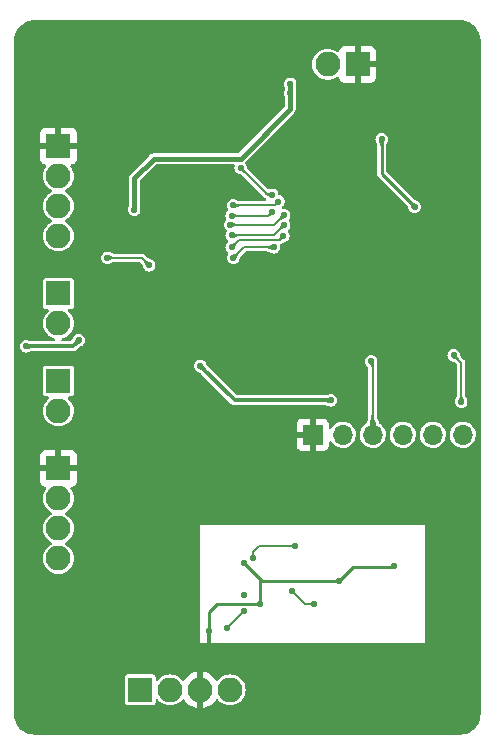
<source format=gbr>
%TF.GenerationSoftware,KiCad,Pcbnew,(6.0.7)*%
%TF.CreationDate,2025-03-15T16:29:39+08:00*%
%TF.ProjectId,solar_tracer,736f6c61-725f-4747-9261-6365722e6b69,1*%
%TF.SameCoordinates,PX6979f40PY7be1de0*%
%TF.FileFunction,Copper,L2,Bot*%
%TF.FilePolarity,Positive*%
%FSLAX46Y46*%
G04 Gerber Fmt 4.6, Leading zero omitted, Abs format (unit mm)*
G04 Created by KiCad (PCBNEW (6.0.7)) date 2025-03-15 16:29:39*
%MOMM*%
%LPD*%
G01*
G04 APERTURE LIST*
%TA.AperFunction,ComponentPad*%
%ADD10C,0.800000*%
%TD*%
%TA.AperFunction,ComponentPad*%
%ADD11C,6.400000*%
%TD*%
%TA.AperFunction,ComponentPad*%
%ADD12O,2.100000X2.100000*%
%TD*%
%TA.AperFunction,ComponentPad*%
%ADD13R,2.100000X2.100000*%
%TD*%
%TA.AperFunction,ComponentPad*%
%ADD14O,1.700000X1.700000*%
%TD*%
%TA.AperFunction,ComponentPad*%
%ADD15R,1.700000X1.700000*%
%TD*%
%TA.AperFunction,ViaPad*%
%ADD16C,0.550000*%
%TD*%
%TA.AperFunction,Conductor*%
%ADD17C,0.250000*%
%TD*%
%TA.AperFunction,Conductor*%
%ADD18C,0.350000*%
%TD*%
%TA.AperFunction,Conductor*%
%ADD19C,0.200000*%
%TD*%
%TA.AperFunction,Conductor*%
%ADD20C,0.400000*%
%TD*%
G04 APERTURE END LIST*
D10*
%TO.P,H4,1,1*%
%TO.N,GND*%
X33600000Y57000000D03*
X34302944Y55302944D03*
X34302944Y58697056D03*
X36000000Y54600000D03*
D11*
X36000000Y57000000D03*
D10*
X38400000Y57000000D03*
X37697056Y58697056D03*
X37697056Y55302944D03*
X36000000Y59400000D03*
%TD*%
%TO.P,H1,1,1*%
%TO.N,GND*%
X1600000Y57000000D03*
X2302944Y55302944D03*
X2302944Y58697056D03*
X4000000Y54600000D03*
D11*
X4000000Y57000000D03*
D10*
X6400000Y57000000D03*
X5697056Y58697056D03*
X5697056Y55302944D03*
X4000000Y59400000D03*
%TD*%
D12*
%TO.P,J7,2,Pin_2*%
%TO.N,Net-(U6-Pad8)*%
X4000000Y27663750D03*
D13*
%TO.P,J7,1,Pin_1*%
%TO.N,Net-(U6-Pad6)*%
X4000000Y30203750D03*
%TD*%
D12*
%TO.P,J6,4,Pin_4*%
%TO.N,VCC*%
X4004000Y15175000D03*
%TO.P,J6,3,Pin_3*%
%TO.N,/motor/MOTX_ENCB*%
X4004000Y17715000D03*
%TO.P,J6,2,Pin_2*%
%TO.N,/motor/MOTX_ENCA*%
X4004000Y20255000D03*
D13*
%TO.P,J6,1,Pin_1*%
%TO.N,GND*%
X4004000Y22795000D03*
%TD*%
D12*
%TO.P,J5,2,Pin_2*%
%TO.N,Net-(J5-Pad2)*%
X4000000Y35072500D03*
D13*
%TO.P,J5,1,Pin_1*%
%TO.N,Net-(J5-Pad1)*%
X4000000Y37612500D03*
%TD*%
D12*
%TO.P,J4,4,Pin_4*%
%TO.N,VCC*%
X4004000Y42481250D03*
%TO.P,J4,3,Pin_3*%
%TO.N,/motor/MOTY_ENCB*%
X4004000Y45021250D03*
%TO.P,J4,2,Pin_2*%
%TO.N,/motor/MOTY_ENCA*%
X4004000Y47561250D03*
D13*
%TO.P,J4,1,Pin_1*%
%TO.N,GND*%
X4004000Y50101250D03*
%TD*%
D12*
%TO.P,J3,2,Pin_2*%
%TO.N,V_SUPPLY*%
X26797000Y57012000D03*
D13*
%TO.P,J3,1,Pin_1*%
%TO.N,GND*%
X29337000Y57012000D03*
%TD*%
D12*
%TO.P,J2,4,Pin_4*%
%TO.N,VCC*%
X18542000Y4053000D03*
%TO.P,J2,3,Pin_3*%
%TO.N,GND*%
X16002000Y4053000D03*
%TO.P,J2,2,Pin_2*%
%TO.N,/GPS_TX*%
X13462000Y4053000D03*
D13*
%TO.P,J2,1,Pin_1*%
%TO.N,/GPS_RX*%
X10922000Y4053000D03*
%TD*%
D14*
%TO.P,J1,6,Pin_6*%
%TO.N,/EN*%
X38227000Y25643000D03*
%TO.P,J1,5,Pin_5*%
%TO.N,/TX0*%
X35687000Y25643000D03*
%TO.P,J1,4,Pin_4*%
%TO.N,/RX0*%
X33147000Y25643000D03*
%TO.P,J1,3,Pin_3*%
%TO.N,/BOOT*%
X30607000Y25643000D03*
%TO.P,J1,2,Pin_2*%
%TO.N,VCC*%
X28067000Y25643000D03*
D15*
%TO.P,J1,1,Pin_1*%
%TO.N,GND*%
X25527000Y25643000D03*
%TD*%
D10*
%TO.P,H3,1,1*%
%TO.N,GND*%
X33600000Y4000000D03*
X34302944Y2302944D03*
X34302944Y5697056D03*
X36000000Y1600000D03*
D11*
X36000000Y4000000D03*
D10*
X38400000Y4000000D03*
X37697056Y5697056D03*
X37697056Y2302944D03*
X36000000Y6400000D03*
%TD*%
%TO.P,H2,1,1*%
%TO.N,GND*%
X1553500Y4000000D03*
X2256444Y2302944D03*
X2256444Y5697056D03*
X3953500Y1600000D03*
D11*
X3953500Y4000000D03*
D10*
X6353500Y4000000D03*
X5650556Y5697056D03*
X5650556Y2302944D03*
X3953500Y6400000D03*
%TD*%
D16*
%TO.N,GND*%
X38608000Y33771000D03*
X37592000Y35041000D03*
X38735000Y45074000D03*
X37592000Y45074000D03*
X39116000Y14086000D03*
X39116000Y16753000D03*
X39116000Y18912000D03*
X16383000Y45709000D03*
X16383000Y47233000D03*
X12827000Y30342000D03*
X11811000Y28945000D03*
X12827000Y37327000D03*
X12827000Y38724000D03*
X9525000Y24246000D03*
X9525000Y25516000D03*
X15367000Y23611000D03*
X17145000Y25643000D03*
X10795000Y7355000D03*
X9398000Y13578000D03*
X10922000Y13578000D03*
X26797000Y18531000D03*
X24511000Y18531000D03*
X24511000Y21198000D03*
X22098000Y21198000D03*
X20193000Y18658000D03*
X22225000Y18658000D03*
X34544000Y51170000D03*
X31242000Y37962000D03*
X29845000Y37962000D03*
X28067000Y39232000D03*
X28067000Y41137000D03*
%TO.N,/EN*%
X38100000Y28437000D03*
%TO.N,GND*%
X32444234Y14526234D03*
X27763500Y13274500D03*
%TO.N,Net-(R11-Pad2)*%
X23749000Y12435000D03*
X25654000Y11292000D03*
%TO.N,/IMU_SDA*%
X24003000Y16245000D03*
%TO.N,VCC*%
X18288000Y9260000D03*
X19748500Y10720500D03*
%TO.N,/imu/IMU_INT*%
X19685000Y12054000D03*
%TO.N,/IMU_SDA*%
X20447000Y15229000D03*
%TO.N,GND*%
X21082000Y11292000D03*
X19698117Y14781500D03*
X16764000Y9006000D03*
%TO.N,VCC*%
X27051000Y28564000D03*
X16002000Y31485000D03*
%TO.N,/BOOT*%
X30480000Y31866000D03*
%TO.N,/EN*%
X37465000Y32374000D03*
%TO.N,/power/ADC_POWER*%
X34163000Y44947000D03*
X31369000Y50662000D03*
%TO.N,GND*%
X13081000Y27548000D03*
X14224000Y27167000D03*
X14224000Y35549000D03*
X13462000Y36057000D03*
%TO.N,/motor/MOTX_ENCB*%
X22225000Y41518000D03*
%TO.N,/motor/MOTX_ENCA*%
X23050500Y42470500D03*
X18669000Y41518000D03*
%TO.N,/motor/MOTX_ENCB*%
X18796000Y40629000D03*
%TO.N,/motor/MOTX_IN1*%
X23114000Y43423000D03*
%TO.N,/motor/MOTX_IN2*%
X23111571Y44246454D03*
%TO.N,/motor/MOTX_IN1*%
X18669000Y42534000D03*
%TO.N,/motor/MOTX_IN2*%
X18542000Y43423000D03*
%TO.N,VCC*%
X1270000Y33136000D03*
X5715000Y33644000D03*
X8128000Y40629000D03*
X11684000Y39994000D03*
%TO.N,/MOTY_IN2*%
X18796000Y45074000D03*
%TO.N,/MOTY_IN1*%
X18669000Y44185000D03*
X22098000Y44499500D03*
%TO.N,/MOTY_IN2*%
X22627978Y45388500D03*
%TO.N,/motor/MOTY_ENCB*%
X19431000Y48249000D03*
X22098000Y45963000D03*
%TO.N,V_SUPPLY*%
X10414000Y44693000D03*
%TO.N,GND*%
X12827000Y41772000D03*
X13716000Y41772000D03*
%TO.N,V_SUPPLY*%
X23622000Y55361000D03*
X23622000Y54599000D03*
%TO.N,GND*%
X11811000Y37327000D03*
X11811000Y38724000D03*
X12827000Y28945000D03*
X11811000Y30342000D03*
X11684000Y33644000D03*
X9144000Y34152000D03*
X8890000Y42534000D03*
X11938000Y41137000D03*
X8890000Y58155000D03*
X9779000Y58155000D03*
X13970000Y57774000D03*
X13589000Y58790000D03*
X14859000Y57901000D03*
X14097000Y60060000D03*
X20701000Y52440000D03*
X29845000Y51297000D03*
X21463000Y52440000D03*
X20955000Y54218000D03*
X21082000Y53202000D03*
X17145000Y54472000D03*
X20320000Y53583000D03*
X38481000Y49011000D03*
X39116000Y49900000D03*
X38735000Y50535000D03*
X16637000Y51297000D03*
X17145000Y52313000D03*
X18034000Y52059000D03*
%TD*%
D17*
%TO.N,GND*%
X16764000Y10657000D02*
X16764000Y9006000D01*
X20022029Y11295500D02*
X19997029Y11320500D01*
X21078500Y11295500D02*
X20022029Y11295500D01*
X17427500Y11320500D02*
X16764000Y10657000D01*
X21082000Y11292000D02*
X21078500Y11295500D01*
X19997029Y11320500D02*
X17427500Y11320500D01*
D18*
X16764000Y9006000D02*
X16764000Y7736000D01*
D17*
X28956000Y14467000D02*
X27763500Y13274500D01*
X32444234Y14526234D02*
X32385000Y14467000D01*
X32385000Y14467000D02*
X28956000Y14467000D01*
X27763500Y13274500D02*
X21205117Y13274500D01*
X21205117Y13274500D02*
X21082000Y13397617D01*
X21082000Y13397617D02*
X21082000Y11292000D01*
X19698117Y14781500D02*
X21082000Y13397617D01*
D19*
%TO.N,/EN*%
X38100000Y31739000D02*
X37465000Y32374000D01*
X38100000Y28437000D02*
X38100000Y31739000D01*
%TO.N,/IMU_SDA*%
X20447000Y15737000D02*
X20447000Y15229000D01*
X20955000Y16245000D02*
X20447000Y15737000D01*
X24003000Y16245000D02*
X20955000Y16245000D01*
%TO.N,Net-(R11-Pad2)*%
X23749000Y12435000D02*
X24892000Y11292000D01*
X24892000Y11292000D02*
X25654000Y11292000D01*
%TO.N,VCC*%
X19748500Y10720500D02*
X18288000Y9260000D01*
D18*
X18923000Y28564000D02*
X16002000Y31485000D01*
X27051000Y28564000D02*
X18923000Y28564000D01*
D19*
%TO.N,/BOOT*%
X30480000Y31866000D02*
X30607000Y31739000D01*
X30607000Y31739000D02*
X30607000Y25643000D01*
D17*
%TO.N,/power/ADC_POWER*%
X31369000Y47741000D02*
X34163000Y44947000D01*
X31369000Y50662000D02*
X31369000Y47741000D01*
D19*
%TO.N,/motor/MOTX_ENCB*%
X18796000Y40629000D02*
X19685000Y41518000D01*
X19685000Y41518000D02*
X22225000Y41518000D01*
%TO.N,/motor/MOTX_ENCA*%
X22714000Y42134000D02*
X23050500Y42470500D01*
X18669000Y41518000D02*
X19285000Y42134000D01*
X19285000Y42134000D02*
X22714000Y42134000D01*
%TO.N,/motor/MOTX_IN1*%
X22225000Y42534000D02*
X18669000Y42534000D01*
X23114000Y43423000D02*
X22225000Y42534000D01*
%TO.N,/motor/MOTX_IN2*%
X22288117Y43423000D02*
X18542000Y43423000D01*
X23111571Y44246454D02*
X22288117Y43423000D01*
%TO.N,/MOTY_IN1*%
X21783500Y44185000D02*
X18669000Y44185000D01*
X22098000Y44499500D02*
X21783500Y44185000D01*
%TO.N,/MOTY_IN2*%
X18796000Y45074000D02*
X22313478Y45074000D01*
X22313478Y45074000D02*
X22627978Y45388500D01*
D18*
%TO.N,VCC*%
X5207000Y33136000D02*
X5715000Y33644000D01*
X1270000Y33136000D02*
X5207000Y33136000D01*
D19*
X8128000Y40629000D02*
X11049000Y40629000D01*
X11049000Y40629000D02*
X11684000Y39994000D01*
%TO.N,/motor/MOTY_ENCB*%
X22098000Y45963000D02*
X21717000Y45963000D01*
X21717000Y45963000D02*
X19431000Y48249000D01*
D20*
%TO.N,V_SUPPLY*%
X19431000Y49011000D02*
X23622000Y53202000D01*
X23622000Y53202000D02*
X23622000Y55361000D01*
X10414000Y47360000D02*
X12065000Y49011000D01*
X10414000Y44693000D02*
X10414000Y47360000D01*
X12065000Y49011000D02*
X19431000Y49011000D01*
%TD*%
%TA.AperFunction,Conductor*%
%TO.N,/EN*%
G36*
X37716427Y32464411D02*
G01*
X37724631Y32460823D01*
X37727332Y32456307D01*
X37741025Y32413889D01*
X37741151Y32413473D01*
X37753778Y32368735D01*
X37753832Y32368538D01*
X37764549Y32327859D01*
X37774937Y32290154D01*
X37786603Y32254279D01*
X37801174Y32219006D01*
X37801295Y32218779D01*
X37801299Y32218770D01*
X37812050Y32198569D01*
X37820280Y32183104D01*
X37845548Y32145346D01*
X37845715Y32145139D01*
X37845717Y32145137D01*
X37872805Y32111668D01*
X37878606Y32104500D01*
X37878744Y32104353D01*
X37878753Y32104343D01*
X37913309Y32067604D01*
X37916481Y32059230D01*
X37913059Y32051315D01*
X37787685Y31925941D01*
X37779412Y31922514D01*
X37771396Y31925691D01*
X37734657Y31960247D01*
X37734647Y31960256D01*
X37734500Y31960394D01*
X37734342Y31960522D01*
X37734335Y31960528D01*
X37693863Y31993283D01*
X37693861Y31993285D01*
X37693654Y31993452D01*
X37655896Y32018720D01*
X37640431Y32026950D01*
X37620230Y32037701D01*
X37620221Y32037705D01*
X37619994Y32037826D01*
X37597918Y32046946D01*
X37584932Y32052310D01*
X37584928Y32052311D01*
X37584721Y32052397D01*
X37584498Y32052469D01*
X37584494Y32052471D01*
X37549007Y32064011D01*
X37548992Y32064015D01*
X37548846Y32064063D01*
X37548711Y32064100D01*
X37548705Y32064102D01*
X37511141Y32074451D01*
X37470462Y32085168D01*
X37470265Y32085222D01*
X37448784Y32091285D01*
X37425507Y32097855D01*
X37425133Y32097968D01*
X37400232Y32106006D01*
X37382693Y32111668D01*
X37375872Y32117470D01*
X37374589Y32122573D01*
X37368011Y32459062D01*
X37371276Y32467401D01*
X37379938Y32470989D01*
X37716427Y32464411D01*
G37*
%TD.AperFunction*%
%TD*%
%TA.AperFunction,Conductor*%
%TO.N,/EN*%
G36*
X38196925Y28978573D02*
G01*
X38200347Y28970658D01*
X38201898Y28920031D01*
X38207404Y28867773D01*
X38216236Y28823207D01*
X38228113Y28784311D01*
X38242751Y28749065D01*
X38259870Y28715449D01*
X38259922Y28715357D01*
X38259926Y28715350D01*
X38279160Y28681487D01*
X38279186Y28681441D01*
X38300373Y28645101D01*
X38300475Y28644922D01*
X38323172Y28604370D01*
X38323376Y28603988D01*
X38343697Y28564296D01*
X38344417Y28555370D01*
X38341716Y28550854D01*
X38108433Y28308269D01*
X38100229Y28304681D01*
X38091567Y28308269D01*
X37858284Y28550854D01*
X37855019Y28559193D01*
X37856302Y28564296D01*
X37876622Y28603988D01*
X37876827Y28604370D01*
X37899524Y28644922D01*
X37899626Y28645101D01*
X37920813Y28681441D01*
X37920839Y28681487D01*
X37940073Y28715350D01*
X37940077Y28715357D01*
X37940129Y28715449D01*
X37957248Y28749065D01*
X37971886Y28784311D01*
X37983763Y28823207D01*
X37992595Y28867773D01*
X37998101Y28920031D01*
X37999652Y28970659D01*
X38003331Y28978823D01*
X38011347Y28982000D01*
X38188652Y28982000D01*
X38196925Y28978573D01*
G37*
%TD.AperFunction*%
%TD*%
%TA.AperFunction,Conductor*%
%TO.N,VCC*%
G36*
X16253781Y31575404D02*
G01*
X16261985Y31571816D01*
X16264531Y31567750D01*
X16277100Y31533628D01*
X16292764Y31496584D01*
X16309435Y31462936D01*
X16327789Y31431505D01*
X16348503Y31401111D01*
X16348611Y31400972D01*
X16348622Y31400957D01*
X16369493Y31374120D01*
X16372252Y31370572D01*
X16399711Y31338709D01*
X16431558Y31304341D01*
X16431575Y31304323D01*
X16431598Y31304299D01*
X16468424Y31266333D01*
X16468467Y31266289D01*
X16501331Y31233219D01*
X16502895Y31231645D01*
X16506296Y31223361D01*
X16502869Y31215125D01*
X16271875Y30984131D01*
X16263602Y30980704D01*
X16255355Y30984105D01*
X16220711Y31018533D01*
X16182701Y31055402D01*
X16182677Y31055425D01*
X16182659Y31055442D01*
X16148291Y31087289D01*
X16148220Y31087350D01*
X16148208Y31087361D01*
X16116539Y31114652D01*
X16116428Y31114748D01*
X16112880Y31117507D01*
X16086043Y31138378D01*
X16086028Y31138389D01*
X16085889Y31138497D01*
X16055495Y31159211D01*
X16055332Y31159306D01*
X16055326Y31159310D01*
X16024215Y31177477D01*
X16024211Y31177479D01*
X16024064Y31177565D01*
X16008058Y31185495D01*
X15990572Y31194159D01*
X15990564Y31194163D01*
X15990416Y31194236D01*
X15990268Y31194299D01*
X15990254Y31194305D01*
X15953493Y31209849D01*
X15953487Y31209851D01*
X15953372Y31209900D01*
X15919250Y31222469D01*
X15912671Y31228544D01*
X15911596Y31233219D01*
X15905011Y31570062D01*
X15908276Y31578401D01*
X15916938Y31581989D01*
X16253781Y31575404D01*
G37*
%TD.AperFunction*%
%TD*%
%TA.AperFunction,Conductor*%
%TO.N,VCC*%
G36*
X26936890Y28805962D02*
G01*
X27006484Y28739037D01*
X27179731Y28572433D01*
X27183319Y28564229D01*
X27179731Y28555567D01*
X26950505Y28335131D01*
X26936891Y28322039D01*
X26928552Y28318774D01*
X26923878Y28319849D01*
X26890971Y28335039D01*
X26890949Y28335048D01*
X26890859Y28335090D01*
X26853588Y28350208D01*
X26853429Y28350262D01*
X26853420Y28350265D01*
X26818201Y28362147D01*
X26818198Y28362148D01*
X26818008Y28362212D01*
X26782804Y28371459D01*
X26769648Y28373951D01*
X26746819Y28378276D01*
X26746813Y28378277D01*
X26746665Y28378305D01*
X26746524Y28378323D01*
X26746509Y28378325D01*
X26715723Y28382175D01*
X26708278Y28383106D01*
X26708146Y28383116D01*
X26708144Y28383116D01*
X26693403Y28384210D01*
X26666330Y28386220D01*
X26644069Y28387067D01*
X26619541Y28388001D01*
X26619514Y28388002D01*
X26619506Y28388002D01*
X26619474Y28388003D01*
X26590654Y28388442D01*
X26566503Y28388810D01*
X26517662Y28388963D01*
X26509401Y28392416D01*
X26506000Y28400663D01*
X26506000Y28727337D01*
X26509427Y28735610D01*
X26517663Y28739037D01*
X26566503Y28739191D01*
X26590654Y28739559D01*
X26619474Y28739998D01*
X26619506Y28739999D01*
X26619514Y28739999D01*
X26619541Y28740000D01*
X26644069Y28740934D01*
X26666330Y28741781D01*
X26693403Y28743791D01*
X26708144Y28744885D01*
X26708146Y28744885D01*
X26708278Y28744895D01*
X26715723Y28745826D01*
X26746509Y28749676D01*
X26746524Y28749678D01*
X26746665Y28749696D01*
X26746813Y28749724D01*
X26746819Y28749725D01*
X26769648Y28754050D01*
X26782804Y28756542D01*
X26818008Y28765789D01*
X26818201Y28765854D01*
X26853420Y28777736D01*
X26853429Y28777739D01*
X26853588Y28777793D01*
X26890859Y28792911D01*
X26890975Y28792964D01*
X26890983Y28792968D01*
X26919133Y28805962D01*
X26923878Y28808152D01*
X26932824Y28808508D01*
X26936890Y28805962D01*
G37*
%TD.AperFunction*%
%TD*%
%TA.AperFunction,Conductor*%
%TO.N,/BOOT*%
G36*
X30747101Y31868859D02*
G01*
X30753714Y31862821D01*
X30754816Y31857600D01*
X30753662Y31805055D01*
X30753637Y31804504D01*
X30750026Y31752309D01*
X30749977Y31751779D01*
X30744657Y31705581D01*
X30744602Y31705165D01*
X30738118Y31662397D01*
X30738092Y31662237D01*
X30734545Y31641335D01*
X30731000Y31620446D01*
X30727150Y31597087D01*
X30723896Y31577349D01*
X30717367Y31530586D01*
X30711992Y31477728D01*
X30711985Y31477611D01*
X30711984Y31477598D01*
X30711599Y31471117D01*
X30708344Y31416342D01*
X30708342Y31416224D01*
X30708341Y31416205D01*
X30707213Y31355483D01*
X30703633Y31347275D01*
X30695515Y31344000D01*
X30518208Y31344000D01*
X30509935Y31347427D01*
X30506519Y31355198D01*
X30504887Y31393218D01*
X30504886Y31393224D01*
X30504873Y31393536D01*
X30498583Y31435498D01*
X30488266Y31471117D01*
X30474058Y31501624D01*
X30456094Y31528250D01*
X30454087Y31530480D01*
X30434719Y31551993D01*
X30434511Y31552224D01*
X30409445Y31574778D01*
X30381031Y31597143D01*
X30349405Y31620548D01*
X30321310Y31641335D01*
X30316698Y31649010D01*
X30317061Y31654096D01*
X30319486Y31662193D01*
X30413576Y31976425D01*
X30419231Y31983367D01*
X30428764Y31984070D01*
X30747101Y31868859D01*
G37*
%TD.AperFunction*%
%TD*%
%TA.AperFunction,Conductor*%
%TO.N,/BOOT*%
G36*
X30704192Y27329573D02*
G01*
X30707602Y27321936D01*
X30717910Y27132445D01*
X30748748Y26968673D01*
X30796673Y26833607D01*
X30858845Y26719171D01*
X30861000Y26716187D01*
X30861000Y25482129D01*
X30771443Y25389000D01*
X30442557Y25389000D01*
X30353000Y25482129D01*
X30353000Y26716188D01*
X30355154Y26719171D01*
X30417326Y26833607D01*
X30465251Y26968673D01*
X30496089Y27132445D01*
X30506398Y27321936D01*
X30510269Y27330010D01*
X30518081Y27333000D01*
X30695919Y27333000D01*
X30704192Y27329573D01*
G37*
%TD.AperFunction*%
%TD*%
%TA.AperFunction,Conductor*%
%TO.N,/power/ADC_POWER*%
G36*
X33874285Y45412835D02*
G01*
X33874467Y45412661D01*
X33910261Y45378359D01*
X33910370Y45378265D01*
X33910381Y45378255D01*
X33929479Y45361794D01*
X33949971Y45344131D01*
X33986386Y45316762D01*
X34020747Y45294936D01*
X34020955Y45294827D01*
X34020960Y45294824D01*
X34045427Y45281991D01*
X34054295Y45277340D01*
X34088270Y45262657D01*
X34088434Y45262597D01*
X34088436Y45262596D01*
X34123797Y45249616D01*
X34123808Y45249612D01*
X34123912Y45249574D01*
X34140748Y45243984D01*
X34162462Y45236774D01*
X34205160Y45222945D01*
X34205285Y45222903D01*
X34245441Y45209395D01*
X34252190Y45203510D01*
X34253409Y45198535D01*
X34259989Y44861938D01*
X34256724Y44853599D01*
X34248062Y44850011D01*
X33960870Y44855625D01*
X33911465Y44856591D01*
X33903261Y44860179D01*
X33900605Y44864559D01*
X33887096Y44904719D01*
X33887054Y44904844D01*
X33873226Y44947538D01*
X33860426Y44986088D01*
X33847343Y45021730D01*
X33832660Y45055705D01*
X33815064Y45089253D01*
X33793238Y45123614D01*
X33765869Y45160029D01*
X33732679Y45198535D01*
X33731745Y45199619D01*
X33731735Y45199630D01*
X33731641Y45199739D01*
X33724904Y45206769D01*
X33697165Y45235715D01*
X33693915Y45244059D01*
X33697339Y45252083D01*
X33857917Y45412661D01*
X33866190Y45416088D01*
X33874285Y45412835D01*
G37*
%TD.AperFunction*%
%TD*%
%TA.AperFunction,Conductor*%
%TO.N,/power/ADC_POWER*%
G36*
X31377433Y50790731D02*
G01*
X31610791Y50548068D01*
X31614056Y50539729D01*
X31612837Y50534754D01*
X31593960Y50496744D01*
X31593901Y50496627D01*
X31573521Y50456719D01*
X31555312Y50420409D01*
X31539361Y50385955D01*
X31525720Y50351549D01*
X31514440Y50315384D01*
X31505576Y50275654D01*
X31499180Y50230551D01*
X31495303Y50178269D01*
X31495300Y50178107D01*
X31494244Y50128451D01*
X31490642Y50120253D01*
X31482547Y50117000D01*
X31255453Y50117000D01*
X31247180Y50120427D01*
X31243756Y50128451D01*
X31242699Y50178107D01*
X31242696Y50178269D01*
X31238819Y50230551D01*
X31232423Y50275654D01*
X31223559Y50315384D01*
X31212279Y50351549D01*
X31198638Y50385955D01*
X31182687Y50420409D01*
X31164478Y50456719D01*
X31144098Y50496627D01*
X31144039Y50496744D01*
X31125163Y50534754D01*
X31124553Y50543688D01*
X31127209Y50548068D01*
X31360567Y50790731D01*
X31368771Y50794319D01*
X31377433Y50790731D01*
G37*
%TD.AperFunction*%
%TD*%
%TA.AperFunction,Conductor*%
%TO.N,/motor/MOTX_ENCB*%
G36*
X19118685Y41077059D02*
G01*
X19244060Y40951684D01*
X19247487Y40943411D01*
X19244310Y40935397D01*
X19209606Y40898501D01*
X19209472Y40898335D01*
X19209469Y40898332D01*
X19201618Y40888631D01*
X19176548Y40857655D01*
X19151280Y40819897D01*
X19151149Y40819650D01*
X19132299Y40784231D01*
X19132295Y40784222D01*
X19132174Y40783995D01*
X19117603Y40748722D01*
X19105937Y40712847D01*
X19105900Y40712712D01*
X19105898Y40712706D01*
X19095549Y40675142D01*
X19095537Y40675097D01*
X19084832Y40634463D01*
X19084778Y40634266D01*
X19072151Y40589528D01*
X19072025Y40589112D01*
X19058332Y40546693D01*
X19052530Y40539872D01*
X19047427Y40538589D01*
X18710938Y40532011D01*
X18702599Y40535276D01*
X18699011Y40543938D01*
X18705589Y40880427D01*
X18709177Y40888631D01*
X18713693Y40891332D01*
X18736420Y40898669D01*
X18756133Y40905033D01*
X18756507Y40905146D01*
X18779784Y40911716D01*
X18801265Y40917779D01*
X18801462Y40917833D01*
X18842141Y40928550D01*
X18868186Y40935726D01*
X18879705Y40938899D01*
X18879711Y40938901D01*
X18879846Y40938938D01*
X18879992Y40938986D01*
X18880007Y40938990D01*
X18915494Y40950530D01*
X18915498Y40950532D01*
X18915721Y40950604D01*
X18918336Y40951684D01*
X18928918Y40956055D01*
X18950994Y40965175D01*
X18951221Y40965296D01*
X18951230Y40965300D01*
X18971431Y40976051D01*
X18986896Y40984281D01*
X19024654Y41009549D01*
X19024863Y41009718D01*
X19065335Y41042473D01*
X19065342Y41042479D01*
X19065500Y41042607D01*
X19102395Y41077309D01*
X19110770Y41080481D01*
X19118685Y41077059D01*
G37*
%TD.AperFunction*%
%TD*%
%TA.AperFunction,Conductor*%
%TO.N,/motor/MOTX_ENCB*%
G36*
X22111145Y41759717D02*
G01*
X22256516Y41619920D01*
X22353731Y41526433D01*
X22357319Y41518229D01*
X22353731Y41509567D01*
X22154091Y41317582D01*
X22111146Y41276284D01*
X22102807Y41273019D01*
X22097704Y41274303D01*
X22058012Y41294624D01*
X22057630Y41294828D01*
X22046556Y41301026D01*
X22017032Y41317551D01*
X22016935Y41317606D01*
X21980559Y41338814D01*
X21946551Y41358130D01*
X21928817Y41367161D01*
X21913146Y41375142D01*
X21913137Y41375146D01*
X21912935Y41375249D01*
X21877689Y41389887D01*
X21877430Y41389966D01*
X21877422Y41389969D01*
X21860325Y41395189D01*
X21838793Y41401764D01*
X21838508Y41401820D01*
X21838502Y41401822D01*
X21794491Y41410544D01*
X21794484Y41410545D01*
X21794227Y41410596D01*
X21793967Y41410623D01*
X21793963Y41410624D01*
X21742171Y41416081D01*
X21742164Y41416081D01*
X21741969Y41416102D01*
X21723569Y41416666D01*
X21691342Y41417653D01*
X21683177Y41421332D01*
X21680000Y41429348D01*
X21680000Y41606653D01*
X21683427Y41614926D01*
X21691341Y41618348D01*
X21741969Y41619899D01*
X21742164Y41619920D01*
X21742171Y41619920D01*
X21793963Y41625377D01*
X21793967Y41625378D01*
X21794227Y41625405D01*
X21794484Y41625456D01*
X21794491Y41625457D01*
X21838502Y41634179D01*
X21838508Y41634181D01*
X21838793Y41634237D01*
X21860325Y41640812D01*
X21877422Y41646032D01*
X21877430Y41646035D01*
X21877689Y41646114D01*
X21912935Y41660752D01*
X21913137Y41660855D01*
X21913146Y41660859D01*
X21928817Y41668840D01*
X21946551Y41677871D01*
X21980559Y41697187D01*
X22016935Y41718395D01*
X22017032Y41718450D01*
X22057630Y41741173D01*
X22058012Y41741378D01*
X22081748Y41753530D01*
X22097704Y41761698D01*
X22106630Y41762417D01*
X22111145Y41759717D01*
G37*
%TD.AperFunction*%
%TD*%
%TA.AperFunction,Conductor*%
%TO.N,/motor/MOTX_ENCA*%
G36*
X23140610Y42564160D02*
G01*
X23144198Y42555956D01*
X23143820Y42552770D01*
X23052583Y42203474D01*
X23047177Y42196336D01*
X23042292Y42194776D01*
X22999219Y42190978D01*
X22998683Y42190824D01*
X22998678Y42190823D01*
X22959086Y42179442D01*
X22956520Y42178704D01*
X22919994Y42160616D01*
X22887233Y42138652D01*
X22887081Y42138536D01*
X22855910Y42114812D01*
X22855762Y42114701D01*
X22823774Y42091143D01*
X22822940Y42090583D01*
X22788163Y42069315D01*
X22786707Y42068559D01*
X22746580Y42051187D01*
X22744718Y42050561D01*
X22696572Y42038755D01*
X22694655Y42038450D01*
X22647452Y42034936D01*
X22638947Y42037739D01*
X22634883Y42046604D01*
X22634883Y42223536D01*
X22638310Y42231809D01*
X22645282Y42235163D01*
X22680998Y42239159D01*
X22681001Y42239160D01*
X22681879Y42239258D01*
X22715791Y42254147D01*
X22738907Y42277341D01*
X22753516Y42307511D01*
X22761909Y42343332D01*
X22766373Y42383477D01*
X22769198Y42426617D01*
X22772644Y42471051D01*
X22772725Y42471792D01*
X22778992Y42515904D01*
X22779262Y42517240D01*
X22788479Y42552205D01*
X22793902Y42559332D01*
X22799563Y42560921D01*
X23132271Y42567425D01*
X23140610Y42564160D01*
G37*
%TD.AperFunction*%
%TD*%
%TA.AperFunction,Conductor*%
%TO.N,/motor/MOTX_ENCA*%
G36*
X18991685Y41966059D02*
G01*
X19117060Y41840684D01*
X19120487Y41832411D01*
X19117310Y41824397D01*
X19082606Y41787501D01*
X19082472Y41787335D01*
X19082469Y41787332D01*
X19074618Y41777631D01*
X19049548Y41746655D01*
X19024280Y41708897D01*
X19024149Y41708650D01*
X19005299Y41673231D01*
X19005295Y41673222D01*
X19005174Y41672995D01*
X18990603Y41637722D01*
X18978937Y41601847D01*
X18978900Y41601712D01*
X18978898Y41601706D01*
X18968549Y41564142D01*
X18968537Y41564097D01*
X18957832Y41523463D01*
X18957778Y41523266D01*
X18945151Y41478528D01*
X18945025Y41478112D01*
X18931332Y41435693D01*
X18925530Y41428872D01*
X18920427Y41427589D01*
X18583938Y41421011D01*
X18575599Y41424276D01*
X18572011Y41432938D01*
X18578589Y41769427D01*
X18582177Y41777631D01*
X18586693Y41780332D01*
X18609420Y41787669D01*
X18629133Y41794033D01*
X18629507Y41794146D01*
X18652784Y41800716D01*
X18674265Y41806779D01*
X18674462Y41806833D01*
X18715141Y41817550D01*
X18741186Y41824726D01*
X18752705Y41827899D01*
X18752711Y41827901D01*
X18752846Y41827938D01*
X18752992Y41827986D01*
X18753007Y41827990D01*
X18788494Y41839530D01*
X18788498Y41839532D01*
X18788721Y41839604D01*
X18791336Y41840684D01*
X18801918Y41845055D01*
X18823994Y41854175D01*
X18824221Y41854296D01*
X18824230Y41854300D01*
X18844431Y41865051D01*
X18859896Y41873281D01*
X18897654Y41898549D01*
X18897863Y41898718D01*
X18938335Y41931473D01*
X18938342Y41931479D01*
X18938500Y41931607D01*
X18975395Y41966309D01*
X18983770Y41969481D01*
X18991685Y41966059D01*
G37*
%TD.AperFunction*%
%TD*%
%TA.AperFunction,Conductor*%
%TO.N,/motor/MOTX_IN1*%
G36*
X18796296Y42777698D02*
G01*
X18835987Y42757378D01*
X18836369Y42757173D01*
X18876967Y42734450D01*
X18877064Y42734395D01*
X18913440Y42713187D01*
X18947448Y42693871D01*
X18965182Y42684840D01*
X18980853Y42676859D01*
X18980862Y42676855D01*
X18981064Y42676752D01*
X19016310Y42662114D01*
X19016569Y42662035D01*
X19016577Y42662032D01*
X19033674Y42656812D01*
X19055206Y42650237D01*
X19055491Y42650181D01*
X19055497Y42650179D01*
X19099508Y42641457D01*
X19099515Y42641456D01*
X19099772Y42641405D01*
X19100032Y42641378D01*
X19100036Y42641377D01*
X19151828Y42635920D01*
X19151835Y42635920D01*
X19152030Y42635899D01*
X19202659Y42634348D01*
X19210823Y42630669D01*
X19214000Y42622653D01*
X19214000Y42445348D01*
X19210573Y42437075D01*
X19202658Y42433653D01*
X19170596Y42432671D01*
X19152030Y42432102D01*
X19151835Y42432081D01*
X19151828Y42432081D01*
X19100036Y42426624D01*
X19100032Y42426623D01*
X19099772Y42426596D01*
X19099515Y42426545D01*
X19099508Y42426544D01*
X19055497Y42417822D01*
X19055491Y42417820D01*
X19055206Y42417764D01*
X19033674Y42411189D01*
X19016577Y42405969D01*
X19016569Y42405966D01*
X19016310Y42405887D01*
X18981064Y42391249D01*
X18980862Y42391146D01*
X18980853Y42391142D01*
X18965182Y42383161D01*
X18947448Y42374130D01*
X18913440Y42354814D01*
X18877064Y42333606D01*
X18876967Y42333551D01*
X18836348Y42310816D01*
X18835966Y42310612D01*
X18796297Y42290303D01*
X18787371Y42289583D01*
X18782855Y42292284D01*
X18540269Y42525567D01*
X18536681Y42533771D01*
X18540269Y42542433D01*
X18623688Y42622653D01*
X18782855Y42775716D01*
X18791193Y42778981D01*
X18796296Y42777698D01*
G37*
%TD.AperFunction*%
%TD*%
%TA.AperFunction,Conductor*%
%TO.N,/motor/MOTX_IN1*%
G36*
X23207401Y43516724D02*
G01*
X23210989Y43508062D01*
X23204411Y43171573D01*
X23200823Y43163369D01*
X23196307Y43160668D01*
X23180574Y43155589D01*
X23153866Y43146968D01*
X23153492Y43146855D01*
X23130215Y43140285D01*
X23108734Y43134222D01*
X23108537Y43134168D01*
X23067858Y43123451D01*
X23030294Y43113102D01*
X23030288Y43113100D01*
X23030153Y43113063D01*
X23030007Y43113015D01*
X23029992Y43113011D01*
X22994505Y43101471D01*
X22994501Y43101469D01*
X22994278Y43101397D01*
X22994071Y43101311D01*
X22994067Y43101310D01*
X22981081Y43095946D01*
X22959005Y43086826D01*
X22958778Y43086705D01*
X22958769Y43086701D01*
X22938568Y43075950D01*
X22923103Y43067720D01*
X22885345Y43042452D01*
X22844499Y43009394D01*
X22807603Y42974690D01*
X22799231Y42971518D01*
X22791316Y42974940D01*
X22665941Y43100315D01*
X22662514Y43108588D01*
X22665691Y43116604D01*
X22700245Y43153343D01*
X22700393Y43153500D01*
X22706195Y43160668D01*
X22733282Y43194137D01*
X22733284Y43194139D01*
X22733451Y43194346D01*
X22758719Y43232104D01*
X22766949Y43247569D01*
X22777700Y43267770D01*
X22777704Y43267779D01*
X22777825Y43268006D01*
X22792396Y43303279D01*
X22804062Y43339154D01*
X22814450Y43376859D01*
X22825167Y43417538D01*
X22825221Y43417735D01*
X22837848Y43462473D01*
X22837974Y43462889D01*
X22851668Y43505307D01*
X22857471Y43512128D01*
X22862573Y43513411D01*
X23199062Y43519989D01*
X23207401Y43516724D01*
G37*
%TD.AperFunction*%
%TD*%
%TA.AperFunction,Conductor*%
%TO.N,/motor/MOTX_IN2*%
G36*
X18669296Y43666698D02*
G01*
X18708987Y43646378D01*
X18709369Y43646173D01*
X18749967Y43623450D01*
X18750064Y43623395D01*
X18786440Y43602187D01*
X18820448Y43582871D01*
X18838182Y43573840D01*
X18853853Y43565859D01*
X18853862Y43565855D01*
X18854064Y43565752D01*
X18889310Y43551114D01*
X18889569Y43551035D01*
X18889577Y43551032D01*
X18906674Y43545812D01*
X18928206Y43539237D01*
X18928491Y43539181D01*
X18928497Y43539179D01*
X18972508Y43530457D01*
X18972515Y43530456D01*
X18972772Y43530405D01*
X18973032Y43530378D01*
X18973036Y43530377D01*
X19024828Y43524920D01*
X19024835Y43524920D01*
X19025030Y43524899D01*
X19075659Y43523348D01*
X19083823Y43519669D01*
X19087000Y43511653D01*
X19087000Y43334348D01*
X19083573Y43326075D01*
X19075658Y43322653D01*
X19043596Y43321671D01*
X19025030Y43321102D01*
X19024835Y43321081D01*
X19024828Y43321081D01*
X18973036Y43315624D01*
X18973032Y43315623D01*
X18972772Y43315596D01*
X18972515Y43315545D01*
X18972508Y43315544D01*
X18928497Y43306822D01*
X18928491Y43306820D01*
X18928206Y43306764D01*
X18906674Y43300189D01*
X18889577Y43294969D01*
X18889569Y43294966D01*
X18889310Y43294887D01*
X18854064Y43280249D01*
X18853862Y43280146D01*
X18853853Y43280142D01*
X18838182Y43272161D01*
X18820448Y43263130D01*
X18786440Y43243814D01*
X18750064Y43222606D01*
X18749967Y43222551D01*
X18709348Y43199816D01*
X18708966Y43199612D01*
X18669297Y43179303D01*
X18660371Y43178583D01*
X18655855Y43181284D01*
X18413269Y43414567D01*
X18409681Y43422771D01*
X18413269Y43431433D01*
X18496688Y43511653D01*
X18655855Y43664716D01*
X18664193Y43667981D01*
X18669296Y43666698D01*
G37*
%TD.AperFunction*%
%TD*%
%TA.AperFunction,Conductor*%
%TO.N,/motor/MOTX_IN2*%
G36*
X23204972Y44340178D02*
G01*
X23208560Y44331516D01*
X23201982Y43995027D01*
X23198394Y43986823D01*
X23193878Y43984122D01*
X23178145Y43979043D01*
X23151437Y43970422D01*
X23151063Y43970309D01*
X23127786Y43963739D01*
X23106305Y43957676D01*
X23106108Y43957622D01*
X23065429Y43946905D01*
X23027865Y43936556D01*
X23027859Y43936554D01*
X23027724Y43936517D01*
X23027578Y43936469D01*
X23027563Y43936465D01*
X22992076Y43924925D01*
X22992072Y43924923D01*
X22991849Y43924851D01*
X22991642Y43924765D01*
X22991638Y43924764D01*
X22978652Y43919400D01*
X22956576Y43910280D01*
X22956349Y43910159D01*
X22956340Y43910155D01*
X22936139Y43899404D01*
X22920674Y43891174D01*
X22882916Y43865906D01*
X22842070Y43832848D01*
X22805174Y43798144D01*
X22796802Y43794972D01*
X22788887Y43798394D01*
X22663512Y43923769D01*
X22660085Y43932042D01*
X22663262Y43940058D01*
X22697816Y43976797D01*
X22697964Y43976954D01*
X22703766Y43984122D01*
X22730853Y44017591D01*
X22730855Y44017593D01*
X22731022Y44017800D01*
X22756290Y44055558D01*
X22764520Y44071023D01*
X22775271Y44091224D01*
X22775275Y44091233D01*
X22775396Y44091460D01*
X22789967Y44126733D01*
X22801633Y44162608D01*
X22812021Y44200313D01*
X22822738Y44240992D01*
X22822792Y44241189D01*
X22835419Y44285927D01*
X22835545Y44286343D01*
X22849239Y44328761D01*
X22855042Y44335582D01*
X22860144Y44336865D01*
X23196633Y44343443D01*
X23204972Y44340178D01*
G37*
%TD.AperFunction*%
%TD*%
%TA.AperFunction,Conductor*%
%TO.N,/MOTY_IN1*%
G36*
X18796296Y44428698D02*
G01*
X18835987Y44408378D01*
X18836369Y44408173D01*
X18876967Y44385450D01*
X18877064Y44385395D01*
X18913440Y44364187D01*
X18947448Y44344871D01*
X18965182Y44335840D01*
X18980853Y44327859D01*
X18980862Y44327855D01*
X18981064Y44327752D01*
X19016310Y44313114D01*
X19016569Y44313035D01*
X19016577Y44313032D01*
X19033674Y44307812D01*
X19055206Y44301237D01*
X19055491Y44301181D01*
X19055497Y44301179D01*
X19099508Y44292457D01*
X19099515Y44292456D01*
X19099772Y44292405D01*
X19100032Y44292378D01*
X19100036Y44292377D01*
X19151828Y44286920D01*
X19151835Y44286920D01*
X19152030Y44286899D01*
X19202659Y44285348D01*
X19210823Y44281669D01*
X19214000Y44273653D01*
X19214000Y44096348D01*
X19210573Y44088075D01*
X19202658Y44084653D01*
X19170596Y44083671D01*
X19152030Y44083102D01*
X19151835Y44083081D01*
X19151828Y44083081D01*
X19100036Y44077624D01*
X19100032Y44077623D01*
X19099772Y44077596D01*
X19099515Y44077545D01*
X19099508Y44077544D01*
X19055497Y44068822D01*
X19055491Y44068820D01*
X19055206Y44068764D01*
X19033674Y44062189D01*
X19016577Y44056969D01*
X19016569Y44056966D01*
X19016310Y44056887D01*
X18981064Y44042249D01*
X18980862Y44042146D01*
X18980853Y44042142D01*
X18965182Y44034161D01*
X18947448Y44025130D01*
X18913440Y44005814D01*
X18877064Y43984606D01*
X18876967Y43984551D01*
X18836348Y43961816D01*
X18835966Y43961612D01*
X18796297Y43941303D01*
X18787371Y43940583D01*
X18782855Y43943284D01*
X18540269Y44176567D01*
X18536681Y44184771D01*
X18540269Y44193433D01*
X18623688Y44273653D01*
X18782855Y44426716D01*
X18791193Y44429981D01*
X18796296Y44428698D01*
G37*
%TD.AperFunction*%
%TD*%
%TA.AperFunction,Conductor*%
%TO.N,/MOTY_IN1*%
G36*
X22188110Y44593160D02*
G01*
X22191698Y44584956D01*
X22191320Y44581770D01*
X22111054Y44274473D01*
X22100111Y44232580D01*
X22094705Y44225442D01*
X22089674Y44223870D01*
X22046361Y44220594D01*
X22045896Y44220481D01*
X22045893Y44220480D01*
X22003389Y44210102D01*
X22003385Y44210101D01*
X22002940Y44209992D01*
X21965420Y44194368D01*
X21931481Y44175396D01*
X21898807Y44154750D01*
X21879641Y44143018D01*
X21865462Y44134339D01*
X21864681Y44133901D01*
X21828616Y44115459D01*
X21827302Y44114886D01*
X21785984Y44099798D01*
X21784361Y44099335D01*
X21735207Y44089076D01*
X21733563Y44088853D01*
X21730966Y44088687D01*
X21685716Y44085795D01*
X21677242Y44088687D01*
X21673271Y44097471D01*
X21673271Y44274473D01*
X21676698Y44282746D01*
X21683739Y44286108D01*
X21717882Y44289722D01*
X21717886Y44289723D01*
X21718699Y44289809D01*
X21719460Y44290118D01*
X21719462Y44290118D01*
X21751426Y44303073D01*
X21751425Y44303073D01*
X21752359Y44303451D01*
X21776254Y44324754D01*
X21792384Y44352542D01*
X21802753Y44385643D01*
X21809361Y44422883D01*
X21814211Y44463087D01*
X21819271Y44504800D01*
X21819356Y44505377D01*
X21826545Y44547121D01*
X21826795Y44548243D01*
X21835911Y44581329D01*
X21841413Y44588395D01*
X21846961Y44589919D01*
X22179771Y44596425D01*
X22188110Y44593160D01*
G37*
%TD.AperFunction*%
%TD*%
%TA.AperFunction,Conductor*%
%TO.N,/MOTY_IN2*%
G36*
X18923296Y45317698D02*
G01*
X18962987Y45297378D01*
X18963369Y45297173D01*
X19003967Y45274450D01*
X19004064Y45274395D01*
X19040440Y45253187D01*
X19074448Y45233871D01*
X19092182Y45224840D01*
X19107853Y45216859D01*
X19107862Y45216855D01*
X19108064Y45216752D01*
X19143310Y45202114D01*
X19143569Y45202035D01*
X19143577Y45202032D01*
X19160674Y45196812D01*
X19182206Y45190237D01*
X19182491Y45190181D01*
X19182497Y45190179D01*
X19226508Y45181457D01*
X19226515Y45181456D01*
X19226772Y45181405D01*
X19227032Y45181378D01*
X19227036Y45181377D01*
X19278828Y45175920D01*
X19278835Y45175920D01*
X19279030Y45175899D01*
X19329659Y45174348D01*
X19337823Y45170669D01*
X19341000Y45162653D01*
X19341000Y44985348D01*
X19337573Y44977075D01*
X19329658Y44973653D01*
X19297596Y44972671D01*
X19279030Y44972102D01*
X19278835Y44972081D01*
X19278828Y44972081D01*
X19227036Y44966624D01*
X19227032Y44966623D01*
X19226772Y44966596D01*
X19226515Y44966545D01*
X19226508Y44966544D01*
X19182497Y44957822D01*
X19182491Y44957820D01*
X19182206Y44957764D01*
X19160674Y44951189D01*
X19143577Y44945969D01*
X19143569Y44945966D01*
X19143310Y44945887D01*
X19108064Y44931249D01*
X19107862Y44931146D01*
X19107853Y44931142D01*
X19092182Y44923161D01*
X19074448Y44914130D01*
X19040440Y44894814D01*
X19004064Y44873606D01*
X19003967Y44873551D01*
X18963348Y44850816D01*
X18962966Y44850612D01*
X18923297Y44830303D01*
X18914371Y44829583D01*
X18909855Y44832284D01*
X18667269Y45065567D01*
X18663681Y45073771D01*
X18667269Y45082433D01*
X18750688Y45162653D01*
X18909855Y45315716D01*
X18918193Y45318981D01*
X18923296Y45317698D01*
G37*
%TD.AperFunction*%
%TD*%
%TA.AperFunction,Conductor*%
%TO.N,/MOTY_IN2*%
G36*
X22718088Y45482160D02*
G01*
X22721676Y45473956D01*
X22721298Y45470770D01*
X22641032Y45163473D01*
X22630089Y45121580D01*
X22624683Y45114442D01*
X22619652Y45112870D01*
X22576339Y45109594D01*
X22575874Y45109481D01*
X22575871Y45109480D01*
X22533367Y45099102D01*
X22533363Y45099101D01*
X22532918Y45098992D01*
X22495398Y45083368D01*
X22461459Y45064396D01*
X22428785Y45043750D01*
X22409619Y45032018D01*
X22395440Y45023339D01*
X22394659Y45022901D01*
X22358594Y45004459D01*
X22357280Y45003886D01*
X22315962Y44988798D01*
X22314339Y44988335D01*
X22265185Y44978076D01*
X22263541Y44977853D01*
X22260944Y44977687D01*
X22215694Y44974795D01*
X22207220Y44977687D01*
X22203249Y44986471D01*
X22203249Y45163473D01*
X22206676Y45171746D01*
X22213717Y45175108D01*
X22247860Y45178722D01*
X22247864Y45178723D01*
X22248677Y45178809D01*
X22249438Y45179118D01*
X22249440Y45179118D01*
X22281404Y45192073D01*
X22281403Y45192073D01*
X22282337Y45192451D01*
X22306232Y45213754D01*
X22322362Y45241542D01*
X22332731Y45274643D01*
X22339339Y45311883D01*
X22344189Y45352087D01*
X22349249Y45393800D01*
X22349334Y45394377D01*
X22356523Y45436121D01*
X22356773Y45437243D01*
X22365889Y45470329D01*
X22371391Y45477395D01*
X22376939Y45478919D01*
X22709749Y45485425D01*
X22718088Y45482160D01*
G37*
%TD.AperFunction*%
%TD*%
%TA.AperFunction,Conductor*%
%TO.N,VCC*%
G36*
X5808401Y33737724D02*
G01*
X5811989Y33729062D01*
X5805404Y33392219D01*
X5801816Y33384015D01*
X5797750Y33381469D01*
X5763627Y33368900D01*
X5763512Y33368851D01*
X5763506Y33368849D01*
X5726745Y33353305D01*
X5726731Y33353299D01*
X5726583Y33353236D01*
X5726435Y33353163D01*
X5726427Y33353159D01*
X5708941Y33344495D01*
X5692935Y33336565D01*
X5692788Y33336479D01*
X5692784Y33336477D01*
X5661673Y33318310D01*
X5661667Y33318306D01*
X5661504Y33318211D01*
X5631110Y33297497D01*
X5630971Y33297389D01*
X5630956Y33297378D01*
X5604119Y33276507D01*
X5600571Y33273748D01*
X5600460Y33273652D01*
X5568791Y33246361D01*
X5568779Y33246350D01*
X5568708Y33246289D01*
X5534340Y33214442D01*
X5534322Y33214425D01*
X5534298Y33214402D01*
X5496288Y33177533D01*
X5461644Y33143105D01*
X5453362Y33139704D01*
X5445125Y33143131D01*
X5214131Y33374125D01*
X5210704Y33382398D01*
X5214105Y33390645D01*
X5248532Y33425289D01*
X5248575Y33425333D01*
X5285401Y33463299D01*
X5285424Y33463323D01*
X5285441Y33463341D01*
X5317288Y33497709D01*
X5344747Y33529572D01*
X5347506Y33533120D01*
X5368377Y33559957D01*
X5368388Y33559972D01*
X5368496Y33560111D01*
X5389210Y33590505D01*
X5407564Y33621936D01*
X5424235Y33655584D01*
X5439899Y33692628D01*
X5452469Y33726750D01*
X5458545Y33733329D01*
X5463219Y33734404D01*
X5800062Y33740989D01*
X5808401Y33737724D01*
G37*
%TD.AperFunction*%
%TD*%
%TA.AperFunction,Conductor*%
%TO.N,VCC*%
G36*
X1397120Y33380153D02*
G01*
X1430140Y33364911D01*
X1467411Y33349793D01*
X1467570Y33349739D01*
X1467579Y33349736D01*
X1502798Y33337854D01*
X1502991Y33337789D01*
X1538195Y33328542D01*
X1551351Y33326050D01*
X1574180Y33321725D01*
X1574186Y33321724D01*
X1574334Y33321696D01*
X1574475Y33321678D01*
X1574490Y33321676D01*
X1605276Y33317826D01*
X1612721Y33316895D01*
X1612853Y33316885D01*
X1612855Y33316885D01*
X1627596Y33315791D01*
X1654669Y33313781D01*
X1676930Y33312934D01*
X1701458Y33312000D01*
X1701485Y33311999D01*
X1701493Y33311999D01*
X1701525Y33311998D01*
X1730345Y33311559D01*
X1754496Y33311191D01*
X1803337Y33311037D01*
X1811599Y33307584D01*
X1815000Y33299337D01*
X1815000Y32972663D01*
X1811573Y32964390D01*
X1803338Y32960963D01*
X1754496Y32960810D01*
X1730345Y32960442D01*
X1701525Y32960003D01*
X1701493Y32960002D01*
X1701485Y32960002D01*
X1701458Y32960001D01*
X1676930Y32959067D01*
X1654669Y32958220D01*
X1627596Y32956210D01*
X1612855Y32955116D01*
X1612853Y32955116D01*
X1612721Y32955106D01*
X1605276Y32954175D01*
X1574490Y32950325D01*
X1574475Y32950323D01*
X1574334Y32950305D01*
X1574186Y32950277D01*
X1574180Y32950276D01*
X1551351Y32945951D01*
X1538195Y32943459D01*
X1502991Y32934212D01*
X1502801Y32934148D01*
X1502798Y32934147D01*
X1467579Y32922265D01*
X1467570Y32922262D01*
X1467411Y32922208D01*
X1430140Y32907090D01*
X1430054Y32907050D01*
X1430044Y32907046D01*
X1397123Y32891849D01*
X1388175Y32891493D01*
X1384109Y32894039D01*
X1370495Y32907131D01*
X1141269Y33127567D01*
X1137681Y33135771D01*
X1141269Y33144433D01*
X1314517Y33311037D01*
X1384110Y33377962D01*
X1392449Y33381227D01*
X1397120Y33380153D01*
G37*
%TD.AperFunction*%
%TD*%
%TA.AperFunction,Conductor*%
%TO.N,VCC*%
G36*
X8255296Y40872698D02*
G01*
X8294987Y40852378D01*
X8295369Y40852173D01*
X8335967Y40829450D01*
X8336064Y40829395D01*
X8372440Y40808187D01*
X8406448Y40788871D01*
X8424182Y40779840D01*
X8439853Y40771859D01*
X8439862Y40771855D01*
X8440064Y40771752D01*
X8475310Y40757114D01*
X8475569Y40757035D01*
X8475577Y40757032D01*
X8492674Y40751812D01*
X8514206Y40745237D01*
X8514491Y40745181D01*
X8514497Y40745179D01*
X8558508Y40736457D01*
X8558515Y40736456D01*
X8558772Y40736405D01*
X8559032Y40736378D01*
X8559036Y40736377D01*
X8610828Y40730920D01*
X8610835Y40730920D01*
X8611030Y40730899D01*
X8661659Y40729348D01*
X8669823Y40725669D01*
X8673000Y40717653D01*
X8673000Y40540348D01*
X8669573Y40532075D01*
X8661658Y40528653D01*
X8629596Y40527671D01*
X8611030Y40527102D01*
X8610835Y40527081D01*
X8610828Y40527081D01*
X8559036Y40521624D01*
X8559032Y40521623D01*
X8558772Y40521596D01*
X8558515Y40521545D01*
X8558508Y40521544D01*
X8514497Y40512822D01*
X8514491Y40512820D01*
X8514206Y40512764D01*
X8492674Y40506189D01*
X8475577Y40500969D01*
X8475569Y40500966D01*
X8475310Y40500887D01*
X8440064Y40486249D01*
X8439862Y40486146D01*
X8439853Y40486142D01*
X8424182Y40478161D01*
X8406448Y40469130D01*
X8372440Y40449814D01*
X8336064Y40428606D01*
X8335967Y40428551D01*
X8295348Y40405816D01*
X8294966Y40405612D01*
X8255297Y40385303D01*
X8246371Y40384583D01*
X8241855Y40387284D01*
X7999269Y40620567D01*
X7995681Y40628771D01*
X7999269Y40637433D01*
X8082688Y40717653D01*
X8241855Y40870716D01*
X8250193Y40873981D01*
X8255296Y40872698D01*
G37*
%TD.AperFunction*%
%TD*%
%TA.AperFunction,Conductor*%
%TO.N,VCC*%
G36*
X11377604Y40442309D02*
G01*
X11414342Y40407754D01*
X11414352Y40407745D01*
X11414499Y40407607D01*
X11414657Y40407479D01*
X11414664Y40407473D01*
X11455136Y40374718D01*
X11455345Y40374549D01*
X11493103Y40349281D01*
X11508568Y40341051D01*
X11528769Y40330300D01*
X11528778Y40330296D01*
X11529005Y40330175D01*
X11564278Y40315604D01*
X11564501Y40315532D01*
X11564505Y40315530D01*
X11599992Y40303990D01*
X11600007Y40303986D01*
X11600153Y40303938D01*
X11600288Y40303901D01*
X11600294Y40303899D01*
X11611813Y40300726D01*
X11637858Y40293550D01*
X11678537Y40282833D01*
X11678734Y40282779D01*
X11700215Y40276716D01*
X11723492Y40270146D01*
X11723866Y40270033D01*
X11743614Y40263658D01*
X11766307Y40256332D01*
X11773128Y40250529D01*
X11774411Y40245427D01*
X11780989Y39908938D01*
X11777724Y39900599D01*
X11769062Y39897011D01*
X11432573Y39903589D01*
X11424369Y39907177D01*
X11421668Y39911693D01*
X11407974Y39954112D01*
X11407848Y39954528D01*
X11395221Y39999266D01*
X11395167Y39999463D01*
X11384450Y40040142D01*
X11374101Y40077706D01*
X11374099Y40077712D01*
X11374062Y40077847D01*
X11362396Y40113722D01*
X11347825Y40148995D01*
X11347704Y40149222D01*
X11347700Y40149231D01*
X11328850Y40184650D01*
X11328719Y40184897D01*
X11303451Y40222655D01*
X11280892Y40250529D01*
X11270527Y40263336D01*
X11270521Y40263343D01*
X11270393Y40263501D01*
X11270255Y40263648D01*
X11270246Y40263658D01*
X11235691Y40300396D01*
X11232519Y40308770D01*
X11235941Y40316685D01*
X11361315Y40442059D01*
X11369588Y40445486D01*
X11377604Y40442309D01*
G37*
%TD.AperFunction*%
%TD*%
%TA.AperFunction,Conductor*%
%TO.N,/motor/MOTY_ENCB*%
G36*
X21984259Y46204607D02*
G01*
X22172114Y46023956D01*
X22224358Y45973715D01*
X22227946Y45965511D01*
X22224681Y45957172D01*
X22222162Y45955187D01*
X21910948Y45772882D01*
X21902077Y45771657D01*
X21897186Y45774300D01*
X21864633Y45803744D01*
X21864628Y45803748D01*
X21864397Y45803957D01*
X21827506Y45830701D01*
X21827246Y45830851D01*
X21827240Y45830855D01*
X21792323Y45851016D01*
X21792119Y45851134D01*
X21757483Y45867612D01*
X21757373Y45867659D01*
X21757356Y45867667D01*
X21722844Y45882491D01*
X21687740Y45897997D01*
X21687174Y45898266D01*
X21650986Y45916647D01*
X21650142Y45917121D01*
X21611861Y45940785D01*
X21610937Y45941419D01*
X21569634Y45972787D01*
X21568795Y45973489D01*
X21561300Y45980374D01*
X21532242Y46007068D01*
X21528468Y46015187D01*
X21531884Y46023956D01*
X21657116Y46149188D01*
X21665389Y46152615D01*
X21672883Y46149900D01*
X21691995Y46133959D01*
X21697518Y46129352D01*
X21728871Y46113552D01*
X21729662Y46113400D01*
X21729665Y46113399D01*
X21745956Y46110269D01*
X21759169Y46107730D01*
X21780953Y46109594D01*
X21788204Y46110214D01*
X21788205Y46110214D01*
X21788846Y46110269D01*
X21799276Y46113552D01*
X21817925Y46119422D01*
X21817928Y46119423D01*
X21818334Y46119551D01*
X21848067Y46133959D01*
X21848249Y46134066D01*
X21848258Y46134071D01*
X21878412Y46151835D01*
X21878480Y46151875D01*
X21909924Y46171631D01*
X21910076Y46171725D01*
X21914198Y46174228D01*
X21942826Y46191610D01*
X21943329Y46191897D01*
X21970635Y46206493D01*
X21979545Y46207370D01*
X21984259Y46204607D01*
G37*
%TD.AperFunction*%
%TD*%
%TA.AperFunction,Conductor*%
%TO.N,/motor/MOTY_ENCB*%
G36*
X19682427Y48339411D02*
G01*
X19690631Y48335823D01*
X19693332Y48331307D01*
X19707025Y48288889D01*
X19707151Y48288473D01*
X19719778Y48243735D01*
X19719832Y48243538D01*
X19730549Y48202859D01*
X19740937Y48165154D01*
X19752603Y48129279D01*
X19767174Y48094006D01*
X19767295Y48093779D01*
X19767299Y48093770D01*
X19778050Y48073569D01*
X19786280Y48058104D01*
X19811548Y48020346D01*
X19811715Y48020139D01*
X19811717Y48020137D01*
X19838805Y47986668D01*
X19844606Y47979500D01*
X19844744Y47979353D01*
X19844753Y47979343D01*
X19879309Y47942604D01*
X19882481Y47934230D01*
X19879059Y47926315D01*
X19753685Y47800941D01*
X19745412Y47797514D01*
X19737396Y47800691D01*
X19700657Y47835247D01*
X19700647Y47835256D01*
X19700500Y47835394D01*
X19700342Y47835522D01*
X19700335Y47835528D01*
X19659863Y47868283D01*
X19659861Y47868285D01*
X19659654Y47868452D01*
X19621896Y47893720D01*
X19606431Y47901950D01*
X19586230Y47912701D01*
X19586221Y47912705D01*
X19585994Y47912826D01*
X19563918Y47921946D01*
X19550932Y47927310D01*
X19550928Y47927311D01*
X19550721Y47927397D01*
X19550498Y47927469D01*
X19550494Y47927471D01*
X19515007Y47939011D01*
X19514992Y47939015D01*
X19514846Y47939063D01*
X19514711Y47939100D01*
X19514705Y47939102D01*
X19477141Y47949451D01*
X19436462Y47960168D01*
X19436265Y47960222D01*
X19414784Y47966285D01*
X19391507Y47972855D01*
X19391133Y47972968D01*
X19366232Y47981006D01*
X19348693Y47986668D01*
X19341872Y47992470D01*
X19340589Y47997573D01*
X19334011Y48334062D01*
X19337276Y48342401D01*
X19345938Y48345989D01*
X19682427Y48339411D01*
G37*
%TD.AperFunction*%
%TD*%
%TA.AperFunction,Conductor*%
%TO.N,V_SUPPLY*%
G36*
X23630433Y55489731D02*
G01*
X23864075Y55246772D01*
X23867340Y55238433D01*
X23866357Y55233963D01*
X23853916Y55205595D01*
X23853911Y55205583D01*
X23853821Y55205377D01*
X23841886Y55170635D01*
X23833200Y55135963D01*
X23827271Y55100417D01*
X23823607Y55063055D01*
X23821714Y55022934D01*
X23821713Y55022867D01*
X23821713Y55022865D01*
X23821100Y54979111D01*
X23821100Y54979013D01*
X23821271Y54930644D01*
X23821735Y54876637D01*
X23821735Y54876587D01*
X23821949Y54827751D01*
X23818558Y54819463D01*
X23810249Y54816000D01*
X23433751Y54816000D01*
X23425478Y54819427D01*
X23422051Y54827751D01*
X23422264Y54876538D01*
X23422264Y54876587D01*
X23422728Y54930643D01*
X23422899Y54979111D01*
X23422898Y54979218D01*
X23422286Y55022865D01*
X23422286Y55022867D01*
X23422285Y55022934D01*
X23420392Y55063055D01*
X23416728Y55100417D01*
X23410799Y55135963D01*
X23402113Y55170635D01*
X23390178Y55205377D01*
X23390088Y55205583D01*
X23390083Y55205595D01*
X23377643Y55233963D01*
X23377459Y55242916D01*
X23379925Y55246772D01*
X23613567Y55489731D01*
X23621771Y55493319D01*
X23630433Y55489731D01*
G37*
%TD.AperFunction*%
%TD*%
%TA.AperFunction,Conductor*%
%TO.N,V_SUPPLY*%
G36*
X10610522Y45234573D02*
G01*
X10613949Y45226250D01*
X10613735Y45177414D01*
X10613271Y45123358D01*
X10613100Y45074890D01*
X10613714Y45031067D01*
X10615607Y44990946D01*
X10619271Y44953584D01*
X10625200Y44918038D01*
X10633886Y44883366D01*
X10645821Y44848624D01*
X10645911Y44848418D01*
X10645916Y44848406D01*
X10658357Y44820037D01*
X10658541Y44811084D01*
X10656075Y44807228D01*
X10422433Y44564269D01*
X10414229Y44560681D01*
X10405567Y44564269D01*
X10171925Y44807228D01*
X10168660Y44815567D01*
X10169643Y44820036D01*
X10182075Y44848389D01*
X10182082Y44848406D01*
X10182178Y44848624D01*
X10194113Y44883366D01*
X10202799Y44918038D01*
X10208728Y44953584D01*
X10212392Y44990946D01*
X10214285Y45031067D01*
X10214899Y45074890D01*
X10214728Y45123358D01*
X10214264Y45177414D01*
X10214051Y45226249D01*
X10217442Y45234537D01*
X10225751Y45238000D01*
X10602249Y45238000D01*
X10610522Y45234573D01*
G37*
%TD.AperFunction*%
%TD*%
%TA.AperFunction,Conductor*%
%TO.N,GND*%
G36*
X37987103Y60743079D02*
G01*
X38000000Y60740514D01*
X38012172Y60742935D01*
X38024579Y60742935D01*
X38024579Y60742295D01*
X38035358Y60742971D01*
X38219248Y60729819D01*
X38239420Y60728376D01*
X38257214Y60725818D01*
X38482960Y60676710D01*
X38500209Y60671645D01*
X38555356Y60651077D01*
X38716670Y60590910D01*
X38733017Y60583444D01*
X38935782Y60472725D01*
X38950905Y60463006D01*
X39135848Y60324559D01*
X39149434Y60312786D01*
X39312786Y60149434D01*
X39324559Y60135848D01*
X39463006Y59950905D01*
X39472725Y59935782D01*
X39583444Y59733017D01*
X39590910Y59716670D01*
X39651077Y59555356D01*
X39671645Y59500209D01*
X39676710Y59482960D01*
X39725818Y59257214D01*
X39728376Y59239420D01*
X39742971Y59035361D01*
X39742295Y59024579D01*
X39742935Y59024579D01*
X39742935Y59012172D01*
X39740514Y59000000D01*
X39742935Y58987830D01*
X39743079Y58987106D01*
X39745500Y58962524D01*
X39745500Y2037476D01*
X39743079Y2012897D01*
X39740514Y2000000D01*
X39742935Y1987828D01*
X39742935Y1975421D01*
X39742295Y1975421D01*
X39742971Y1964639D01*
X39728376Y1760580D01*
X39725818Y1742786D01*
X39676710Y1517040D01*
X39671645Y1499791D01*
X39590910Y1283330D01*
X39583444Y1266983D01*
X39472725Y1064218D01*
X39463006Y1049095D01*
X39324559Y864152D01*
X39312786Y850566D01*
X39149434Y687214D01*
X39135848Y675441D01*
X38950905Y536994D01*
X38935782Y527275D01*
X38733017Y416556D01*
X38716670Y409090D01*
X38555356Y348923D01*
X38500209Y328355D01*
X38482960Y323290D01*
X38257214Y274182D01*
X38239420Y271624D01*
X38219248Y270181D01*
X38035358Y257029D01*
X38024579Y257705D01*
X38024579Y257065D01*
X38012172Y257065D01*
X38000000Y259486D01*
X37987103Y256921D01*
X37962524Y254500D01*
X2037476Y254500D01*
X2012897Y256921D01*
X2000000Y259486D01*
X1987828Y257065D01*
X1975421Y257065D01*
X1975421Y257705D01*
X1964642Y257029D01*
X1780752Y270181D01*
X1760580Y271624D01*
X1742786Y274182D01*
X1517040Y323290D01*
X1499791Y328355D01*
X1444644Y348923D01*
X1283330Y409090D01*
X1266983Y416556D01*
X1064218Y527275D01*
X1049095Y536994D01*
X864152Y675441D01*
X850566Y687214D01*
X687214Y850566D01*
X675441Y864152D01*
X536994Y1049095D01*
X527275Y1064218D01*
X416556Y1266983D01*
X409090Y1283330D01*
X328355Y1499791D01*
X323290Y1517040D01*
X274182Y1742786D01*
X271624Y1760580D01*
X257029Y1964639D01*
X257705Y1975421D01*
X257065Y1975421D01*
X257065Y1987828D01*
X259486Y2000000D01*
X256921Y2012897D01*
X254500Y2037476D01*
X254500Y5128067D01*
X9617500Y5128067D01*
X9617501Y2977934D01*
X9624612Y2942182D01*
X9629232Y2918954D01*
X9632266Y2903699D01*
X9688516Y2819516D01*
X9772699Y2763266D01*
X9846933Y2748500D01*
X10921826Y2748500D01*
X11997066Y2748501D01*
X12032818Y2755612D01*
X12059126Y2760844D01*
X12059128Y2760845D01*
X12071301Y2763266D01*
X12081621Y2770161D01*
X12081622Y2770162D01*
X12145168Y2812623D01*
X12155484Y2819516D01*
X12211734Y2903699D01*
X12226500Y2977933D01*
X12226500Y3143530D01*
X12246502Y3211651D01*
X12300158Y3258144D01*
X12370432Y3268248D01*
X12435012Y3238754D01*
X12452035Y3219880D01*
X12452184Y3220005D01*
X12455697Y3215818D01*
X12455712Y3215802D01*
X12458878Y3211281D01*
X12620281Y3049878D01*
X12807258Y2918954D01*
X12812240Y2916631D01*
X12812245Y2916628D01*
X13009148Y2824811D01*
X13014130Y2822488D01*
X13019438Y2821066D01*
X13019440Y2821065D01*
X13209419Y2770161D01*
X13234611Y2763411D01*
X13462000Y2743517D01*
X13689389Y2763411D01*
X13714581Y2770161D01*
X13904560Y2821065D01*
X13904562Y2821066D01*
X13909870Y2822488D01*
X13914852Y2824811D01*
X14111755Y2916628D01*
X14111760Y2916631D01*
X14116742Y2918954D01*
X14303719Y3049878D01*
X14465122Y3211281D01*
X14470597Y3219100D01*
X14475106Y3225538D01*
X14530564Y3269865D01*
X14601184Y3277173D01*
X14664543Y3245140D01*
X14685750Y3219100D01*
X14735071Y3138615D01*
X14740872Y3130631D01*
X14893708Y2951683D01*
X14900683Y2944708D01*
X15079631Y2791872D01*
X15087624Y2786065D01*
X15288272Y2663107D01*
X15297067Y2658625D01*
X15514490Y2568566D01*
X15523875Y2565517D01*
X15730385Y2515938D01*
X15744470Y2516643D01*
X15748000Y2525522D01*
X15748000Y2529824D01*
X16256000Y2529824D01*
X16259973Y2516293D01*
X16269431Y2514933D01*
X16480125Y2565517D01*
X16489510Y2568566D01*
X16706933Y2658625D01*
X16715728Y2663107D01*
X16916376Y2786065D01*
X16924369Y2791872D01*
X17103317Y2944708D01*
X17110292Y2951683D01*
X17263128Y3130631D01*
X17268929Y3138615D01*
X17318250Y3219100D01*
X17370898Y3266731D01*
X17440939Y3278338D01*
X17506137Y3250235D01*
X17528894Y3225538D01*
X17533403Y3219100D01*
X17538878Y3211281D01*
X17700281Y3049878D01*
X17887258Y2918954D01*
X17892240Y2916631D01*
X17892245Y2916628D01*
X18089148Y2824811D01*
X18094130Y2822488D01*
X18099438Y2821066D01*
X18099440Y2821065D01*
X18289419Y2770161D01*
X18314611Y2763411D01*
X18542000Y2743517D01*
X18769389Y2763411D01*
X18794581Y2770161D01*
X18984560Y2821065D01*
X18984562Y2821066D01*
X18989870Y2822488D01*
X18994852Y2824811D01*
X19191755Y2916628D01*
X19191760Y2916631D01*
X19196742Y2918954D01*
X19383719Y3049878D01*
X19545122Y3211281D01*
X19568831Y3245140D01*
X19672889Y3393751D01*
X19676046Y3398259D01*
X19678369Y3403241D01*
X19678372Y3403246D01*
X19770189Y3600148D01*
X19770190Y3600150D01*
X19772512Y3605130D01*
X19777501Y3623747D01*
X19830165Y3820296D01*
X19830165Y3820297D01*
X19831589Y3825611D01*
X19851483Y4053000D01*
X19831589Y4280389D01*
X19772512Y4500870D01*
X19770189Y4505852D01*
X19678372Y4702754D01*
X19678369Y4702759D01*
X19676046Y4707741D01*
X19572398Y4855765D01*
X19548281Y4890208D01*
X19548279Y4890211D01*
X19545122Y4894719D01*
X19383719Y5056122D01*
X19196742Y5187046D01*
X19191760Y5189369D01*
X19191755Y5189372D01*
X18994852Y5281189D01*
X18994851Y5281190D01*
X18989870Y5283512D01*
X18984562Y5284934D01*
X18984560Y5284935D01*
X18774704Y5341165D01*
X18774703Y5341165D01*
X18769389Y5342589D01*
X18542000Y5362483D01*
X18314611Y5342589D01*
X18309297Y5341165D01*
X18309296Y5341165D01*
X18099440Y5284935D01*
X18099438Y5284934D01*
X18094130Y5283512D01*
X18089150Y5281190D01*
X18089148Y5281189D01*
X17892246Y5189372D01*
X17892241Y5189369D01*
X17887259Y5187046D01*
X17700281Y5056122D01*
X17538878Y4894719D01*
X17535716Y4890203D01*
X17535715Y4890202D01*
X17528894Y4880462D01*
X17473436Y4836135D01*
X17402816Y4828827D01*
X17339457Y4860860D01*
X17318250Y4886900D01*
X17268929Y4967385D01*
X17263128Y4975369D01*
X17110292Y5154317D01*
X17103317Y5161292D01*
X16924369Y5314128D01*
X16916376Y5319935D01*
X16715728Y5442893D01*
X16706933Y5447375D01*
X16489510Y5537434D01*
X16480125Y5540483D01*
X16273615Y5590062D01*
X16259530Y5589357D01*
X16256000Y5580478D01*
X16256000Y2529824D01*
X15748000Y2529824D01*
X15748000Y5576176D01*
X15744027Y5589707D01*
X15734569Y5591067D01*
X15523875Y5540483D01*
X15514490Y5537434D01*
X15297067Y5447375D01*
X15288272Y5442893D01*
X15087624Y5319935D01*
X15079631Y5314128D01*
X14900683Y5161292D01*
X14893708Y5154317D01*
X14740872Y4975369D01*
X14735071Y4967385D01*
X14685750Y4886900D01*
X14633102Y4839269D01*
X14563061Y4827662D01*
X14497863Y4855765D01*
X14475106Y4880462D01*
X14468285Y4890202D01*
X14468284Y4890203D01*
X14465122Y4894719D01*
X14303719Y5056122D01*
X14116742Y5187046D01*
X14111760Y5189369D01*
X14111755Y5189372D01*
X13914852Y5281189D01*
X13914851Y5281190D01*
X13909870Y5283512D01*
X13904562Y5284934D01*
X13904560Y5284935D01*
X13694704Y5341165D01*
X13694703Y5341165D01*
X13689389Y5342589D01*
X13462000Y5362483D01*
X13234611Y5342589D01*
X13229297Y5341165D01*
X13229296Y5341165D01*
X13019440Y5284935D01*
X13019438Y5284934D01*
X13014130Y5283512D01*
X13009150Y5281190D01*
X13009148Y5281189D01*
X12812246Y5189372D01*
X12812241Y5189369D01*
X12807259Y5187046D01*
X12620281Y5056122D01*
X12458878Y4894719D01*
X12455721Y4890210D01*
X12455714Y4890202D01*
X12455708Y4890193D01*
X12455704Y4890190D01*
X12452184Y4885995D01*
X12451341Y4886703D01*
X12400249Y4845867D01*
X12329629Y4838562D01*
X12266270Y4870596D01*
X12230289Y4931799D01*
X12226499Y4962469D01*
X12226499Y5128066D01*
X12215396Y5183889D01*
X12214156Y5190126D01*
X12214155Y5190128D01*
X12211734Y5202301D01*
X12155484Y5286484D01*
X12071301Y5342734D01*
X11997067Y5357500D01*
X10922174Y5357500D01*
X9846934Y5357499D01*
X9811182Y5350388D01*
X9784874Y5345156D01*
X9784872Y5345155D01*
X9772699Y5342734D01*
X9762379Y5335839D01*
X9762378Y5335838D01*
X9701985Y5295484D01*
X9688516Y5286484D01*
X9632266Y5202301D01*
X9617500Y5128067D01*
X254500Y5128067D01*
X254500Y8000000D01*
X16000000Y8000000D01*
X35000000Y8000000D01*
X35000000Y18000000D01*
X16000000Y18000000D01*
X16000000Y8000000D01*
X254500Y8000000D01*
X254500Y21700331D01*
X2446001Y21700331D01*
X2446371Y21693510D01*
X2451895Y21642648D01*
X2455521Y21627396D01*
X2500676Y21506946D01*
X2509214Y21491351D01*
X2585715Y21389276D01*
X2598276Y21376715D01*
X2700351Y21300214D01*
X2715946Y21291676D01*
X2836394Y21246522D01*
X2851649Y21242895D01*
X2873638Y21240506D01*
X2939200Y21213265D01*
X2979627Y21154902D01*
X2982083Y21083948D01*
X2963244Y21042973D01*
X2869954Y20909741D01*
X2867631Y20904759D01*
X2867628Y20904754D01*
X2775811Y20707852D01*
X2773488Y20702870D01*
X2714411Y20482389D01*
X2694517Y20255000D01*
X2714411Y20027611D01*
X2773488Y19807130D01*
X2775810Y19802150D01*
X2775811Y19802148D01*
X2867628Y19605246D01*
X2867631Y19605241D01*
X2869954Y19600259D01*
X3000878Y19413281D01*
X3162281Y19251878D01*
X3349258Y19120954D01*
X3354243Y19118629D01*
X3354249Y19118626D01*
X3395920Y19099195D01*
X3449206Y19052278D01*
X3468667Y18984001D01*
X3448126Y18916041D01*
X3395921Y18870805D01*
X3354246Y18851372D01*
X3354241Y18851369D01*
X3349259Y18849046D01*
X3162281Y18718122D01*
X3000878Y18556719D01*
X2869954Y18369741D01*
X2867631Y18364759D01*
X2867628Y18364754D01*
X2775811Y18167852D01*
X2773488Y18162870D01*
X2772066Y18157562D01*
X2772065Y18157560D01*
X2724994Y17981885D01*
X2714411Y17942389D01*
X2694517Y17715000D01*
X2714411Y17487611D01*
X2773488Y17267130D01*
X2775810Y17262150D01*
X2775811Y17262148D01*
X2867628Y17065246D01*
X2867631Y17065241D01*
X2869954Y17060259D01*
X3000878Y16873281D01*
X3162281Y16711878D01*
X3349258Y16580954D01*
X3354243Y16578629D01*
X3354249Y16578626D01*
X3395920Y16559195D01*
X3449206Y16512278D01*
X3468667Y16444001D01*
X3448126Y16376041D01*
X3395921Y16330805D01*
X3354246Y16311372D01*
X3354241Y16311369D01*
X3349259Y16309046D01*
X3162281Y16178122D01*
X3000878Y16016719D01*
X2869954Y15829741D01*
X2867631Y15824759D01*
X2867628Y15824754D01*
X2775811Y15627852D01*
X2773488Y15622870D01*
X2714411Y15402389D01*
X2694517Y15175000D01*
X2714411Y14947611D01*
X2773488Y14727130D01*
X2775810Y14722150D01*
X2775811Y14722148D01*
X2867628Y14525246D01*
X2867631Y14525241D01*
X2869954Y14520259D01*
X3000878Y14333281D01*
X3162281Y14171878D01*
X3349258Y14040954D01*
X3354240Y14038631D01*
X3354245Y14038628D01*
X3551148Y13946811D01*
X3556130Y13944488D01*
X3561438Y13943066D01*
X3561440Y13943065D01*
X3771296Y13886835D01*
X3776611Y13885411D01*
X4004000Y13865517D01*
X4231389Y13885411D01*
X4236704Y13886835D01*
X4446560Y13943065D01*
X4446562Y13943066D01*
X4451870Y13944488D01*
X4456852Y13946811D01*
X4653755Y14038628D01*
X4653760Y14038631D01*
X4658742Y14040954D01*
X4845719Y14171878D01*
X5007122Y14333281D01*
X5138046Y14520259D01*
X5140369Y14525241D01*
X5140372Y14525246D01*
X5232189Y14722148D01*
X5232190Y14722150D01*
X5234512Y14727130D01*
X5293589Y14947611D01*
X5313483Y15175000D01*
X5293589Y15402389D01*
X5234512Y15622870D01*
X5232189Y15627852D01*
X5140372Y15824754D01*
X5140369Y15824759D01*
X5138046Y15829741D01*
X5007122Y16016719D01*
X4845719Y16178122D01*
X4658742Y16309046D01*
X4653760Y16311369D01*
X4653755Y16311372D01*
X4612080Y16330805D01*
X4558795Y16377723D01*
X4539334Y16446000D01*
X4559876Y16513960D01*
X4612080Y16559195D01*
X4653755Y16578628D01*
X4653760Y16578631D01*
X4658742Y16580954D01*
X4845719Y16711878D01*
X5007122Y16873281D01*
X5138046Y17060259D01*
X5140369Y17065241D01*
X5140372Y17065246D01*
X5232189Y17262148D01*
X5232190Y17262150D01*
X5234512Y17267130D01*
X5293589Y17487611D01*
X5313483Y17715000D01*
X5293589Y17942389D01*
X5283006Y17981885D01*
X5235935Y18157560D01*
X5235934Y18157562D01*
X5234512Y18162870D01*
X5232189Y18167852D01*
X5140372Y18364754D01*
X5140369Y18364759D01*
X5138046Y18369741D01*
X5007122Y18556719D01*
X4845719Y18718122D01*
X4658742Y18849046D01*
X4653760Y18851369D01*
X4653755Y18851372D01*
X4612080Y18870805D01*
X4558795Y18917723D01*
X4539334Y18986000D01*
X4559876Y19053960D01*
X4612080Y19099195D01*
X4653755Y19118628D01*
X4653760Y19118631D01*
X4658742Y19120954D01*
X4845719Y19251878D01*
X5007122Y19413281D01*
X5138046Y19600259D01*
X5140369Y19605241D01*
X5140372Y19605246D01*
X5232189Y19802148D01*
X5232190Y19802150D01*
X5234512Y19807130D01*
X5293589Y20027611D01*
X5313483Y20255000D01*
X5293589Y20482389D01*
X5234512Y20702870D01*
X5232189Y20707852D01*
X5140372Y20904754D01*
X5140369Y20904759D01*
X5138046Y20909741D01*
X5134890Y20914248D01*
X5134889Y20914250D01*
X5044756Y21042973D01*
X5022068Y21110247D01*
X5039353Y21179108D01*
X5091123Y21227692D01*
X5134365Y21240507D01*
X5156352Y21242895D01*
X5171604Y21246521D01*
X5292054Y21291676D01*
X5307649Y21300214D01*
X5409724Y21376715D01*
X5422285Y21389276D01*
X5498786Y21491351D01*
X5507324Y21506946D01*
X5552478Y21627394D01*
X5556105Y21642649D01*
X5561631Y21693514D01*
X5562000Y21700328D01*
X5562000Y22522885D01*
X5557525Y22538124D01*
X5556135Y22539329D01*
X5548452Y22541000D01*
X2464116Y22541000D01*
X2448877Y22536525D01*
X2447672Y22535135D01*
X2446001Y22527452D01*
X2446001Y21700331D01*
X254500Y21700331D01*
X254500Y23067115D01*
X2446000Y23067115D01*
X2450475Y23051876D01*
X2451865Y23050671D01*
X2459548Y23049000D01*
X3731885Y23049000D01*
X3747124Y23053475D01*
X3748329Y23054865D01*
X3750000Y23062548D01*
X3750000Y23067115D01*
X4258000Y23067115D01*
X4262475Y23051876D01*
X4263865Y23050671D01*
X4271548Y23049000D01*
X5543884Y23049000D01*
X5559123Y23053475D01*
X5560328Y23054865D01*
X5561999Y23062548D01*
X5561999Y23889669D01*
X5561629Y23896490D01*
X5556105Y23947352D01*
X5552479Y23962604D01*
X5507324Y24083054D01*
X5498786Y24098649D01*
X5422285Y24200724D01*
X5409724Y24213285D01*
X5307649Y24289786D01*
X5292054Y24298324D01*
X5171606Y24343478D01*
X5156351Y24347105D01*
X5105486Y24352631D01*
X5098672Y24353000D01*
X4276115Y24353000D01*
X4260876Y24348525D01*
X4259671Y24347135D01*
X4258000Y24339452D01*
X4258000Y23067115D01*
X3750000Y23067115D01*
X3750000Y24334884D01*
X3745525Y24350123D01*
X3744135Y24351328D01*
X3736452Y24352999D01*
X2909331Y24352999D01*
X2902510Y24352629D01*
X2851648Y24347105D01*
X2836396Y24343479D01*
X2715946Y24298324D01*
X2700351Y24289786D01*
X2598276Y24213285D01*
X2585715Y24200724D01*
X2509214Y24098649D01*
X2500676Y24083054D01*
X2455522Y23962606D01*
X2451895Y23947351D01*
X2446369Y23896486D01*
X2446000Y23889672D01*
X2446000Y23067115D01*
X254500Y23067115D01*
X254500Y24748331D01*
X24169001Y24748331D01*
X24169371Y24741510D01*
X24174895Y24690648D01*
X24178521Y24675396D01*
X24223676Y24554946D01*
X24232214Y24539351D01*
X24308715Y24437276D01*
X24321276Y24424715D01*
X24423351Y24348214D01*
X24438946Y24339676D01*
X24559394Y24294522D01*
X24574649Y24290895D01*
X24625514Y24285369D01*
X24632328Y24285000D01*
X25254885Y24285000D01*
X25270124Y24289475D01*
X25271329Y24290865D01*
X25273000Y24298548D01*
X25273000Y24303116D01*
X25781000Y24303116D01*
X25785475Y24287877D01*
X25786865Y24286672D01*
X25794548Y24285001D01*
X26421669Y24285001D01*
X26428490Y24285371D01*
X26479352Y24290895D01*
X26494604Y24294521D01*
X26615054Y24339676D01*
X26630649Y24348214D01*
X26732724Y24424715D01*
X26745285Y24437276D01*
X26821786Y24539351D01*
X26830324Y24554946D01*
X26875478Y24675394D01*
X26879105Y24690649D01*
X26884631Y24741514D01*
X26885000Y24748328D01*
X26885000Y25005024D01*
X26905002Y25073145D01*
X26958658Y25119638D01*
X27028932Y25129742D01*
X27093512Y25100248D01*
X27113895Y25077746D01*
X27223533Y24922611D01*
X27368938Y24780965D01*
X27373742Y24777755D01*
X27427980Y24741514D01*
X27537720Y24668188D01*
X27543023Y24665910D01*
X27543026Y24665908D01*
X27631707Y24627808D01*
X27724228Y24588058D01*
X27797244Y24571536D01*
X27916579Y24544533D01*
X27916584Y24544532D01*
X27922216Y24543258D01*
X27927987Y24543031D01*
X27927989Y24543031D01*
X27987756Y24540683D01*
X28125053Y24535288D01*
X28225499Y24549852D01*
X28320231Y24563587D01*
X28320236Y24563588D01*
X28325945Y24564416D01*
X28331409Y24566271D01*
X28331414Y24566272D01*
X28512693Y24627808D01*
X28512698Y24627810D01*
X28518165Y24629666D01*
X28695276Y24728853D01*
X28710495Y24741510D01*
X28846913Y24854969D01*
X28851345Y24858655D01*
X28981147Y25014724D01*
X29080334Y25191835D01*
X29082190Y25197302D01*
X29082192Y25197307D01*
X29143728Y25378586D01*
X29143729Y25378591D01*
X29145584Y25384055D01*
X29146412Y25389764D01*
X29146413Y25389769D01*
X29174179Y25581273D01*
X29174712Y25584947D01*
X29176232Y25643000D01*
X29173564Y25672036D01*
X29498148Y25672036D01*
X29511424Y25469478D01*
X29512845Y25463882D01*
X29512846Y25463877D01*
X29559971Y25278326D01*
X29561392Y25272731D01*
X29563809Y25267488D01*
X29601010Y25186792D01*
X29646377Y25088384D01*
X29763533Y24922611D01*
X29908938Y24780965D01*
X29913742Y24777755D01*
X29967980Y24741514D01*
X30077720Y24668188D01*
X30083023Y24665910D01*
X30083026Y24665908D01*
X30171707Y24627808D01*
X30264228Y24588058D01*
X30337244Y24571536D01*
X30456579Y24544533D01*
X30456584Y24544532D01*
X30462216Y24543258D01*
X30467987Y24543031D01*
X30467989Y24543031D01*
X30527756Y24540683D01*
X30665053Y24535288D01*
X30765499Y24549852D01*
X30860231Y24563587D01*
X30860236Y24563588D01*
X30865945Y24564416D01*
X30871409Y24566271D01*
X30871414Y24566272D01*
X31052693Y24627808D01*
X31052698Y24627810D01*
X31058165Y24629666D01*
X31235276Y24728853D01*
X31250495Y24741510D01*
X31386913Y24854969D01*
X31391345Y24858655D01*
X31521147Y25014724D01*
X31620334Y25191835D01*
X31622190Y25197302D01*
X31622192Y25197307D01*
X31683728Y25378586D01*
X31683729Y25378591D01*
X31685584Y25384055D01*
X31686412Y25389764D01*
X31686413Y25389769D01*
X31714179Y25581273D01*
X31714712Y25584947D01*
X31716232Y25643000D01*
X31713564Y25672036D01*
X32038148Y25672036D01*
X32051424Y25469478D01*
X32052845Y25463882D01*
X32052846Y25463877D01*
X32099971Y25278326D01*
X32101392Y25272731D01*
X32103809Y25267488D01*
X32141010Y25186792D01*
X32186377Y25088384D01*
X32303533Y24922611D01*
X32448938Y24780965D01*
X32453742Y24777755D01*
X32507980Y24741514D01*
X32617720Y24668188D01*
X32623023Y24665910D01*
X32623026Y24665908D01*
X32711707Y24627808D01*
X32804228Y24588058D01*
X32877244Y24571536D01*
X32996579Y24544533D01*
X32996584Y24544532D01*
X33002216Y24543258D01*
X33007987Y24543031D01*
X33007989Y24543031D01*
X33067756Y24540683D01*
X33205053Y24535288D01*
X33305499Y24549852D01*
X33400231Y24563587D01*
X33400236Y24563588D01*
X33405945Y24564416D01*
X33411409Y24566271D01*
X33411414Y24566272D01*
X33592693Y24627808D01*
X33592698Y24627810D01*
X33598165Y24629666D01*
X33775276Y24728853D01*
X33790495Y24741510D01*
X33926913Y24854969D01*
X33931345Y24858655D01*
X34061147Y25014724D01*
X34160334Y25191835D01*
X34162190Y25197302D01*
X34162192Y25197307D01*
X34223728Y25378586D01*
X34223729Y25378591D01*
X34225584Y25384055D01*
X34226412Y25389764D01*
X34226413Y25389769D01*
X34254179Y25581273D01*
X34254712Y25584947D01*
X34256232Y25643000D01*
X34253564Y25672036D01*
X34578148Y25672036D01*
X34591424Y25469478D01*
X34592845Y25463882D01*
X34592846Y25463877D01*
X34639971Y25278326D01*
X34641392Y25272731D01*
X34643809Y25267488D01*
X34681010Y25186792D01*
X34726377Y25088384D01*
X34843533Y24922611D01*
X34988938Y24780965D01*
X34993742Y24777755D01*
X35047980Y24741514D01*
X35157720Y24668188D01*
X35163023Y24665910D01*
X35163026Y24665908D01*
X35251707Y24627808D01*
X35344228Y24588058D01*
X35417244Y24571536D01*
X35536579Y24544533D01*
X35536584Y24544532D01*
X35542216Y24543258D01*
X35547987Y24543031D01*
X35547989Y24543031D01*
X35607756Y24540683D01*
X35745053Y24535288D01*
X35845499Y24549852D01*
X35940231Y24563587D01*
X35940236Y24563588D01*
X35945945Y24564416D01*
X35951409Y24566271D01*
X35951414Y24566272D01*
X36132693Y24627808D01*
X36132698Y24627810D01*
X36138165Y24629666D01*
X36315276Y24728853D01*
X36330495Y24741510D01*
X36466913Y24854969D01*
X36471345Y24858655D01*
X36601147Y25014724D01*
X36700334Y25191835D01*
X36702190Y25197302D01*
X36702192Y25197307D01*
X36763728Y25378586D01*
X36763729Y25378591D01*
X36765584Y25384055D01*
X36766412Y25389764D01*
X36766413Y25389769D01*
X36794179Y25581273D01*
X36794712Y25584947D01*
X36796232Y25643000D01*
X36793564Y25672036D01*
X37118148Y25672036D01*
X37131424Y25469478D01*
X37132845Y25463882D01*
X37132846Y25463877D01*
X37179971Y25278326D01*
X37181392Y25272731D01*
X37183809Y25267488D01*
X37221010Y25186792D01*
X37266377Y25088384D01*
X37383533Y24922611D01*
X37528938Y24780965D01*
X37533742Y24777755D01*
X37587980Y24741514D01*
X37697720Y24668188D01*
X37703023Y24665910D01*
X37703026Y24665908D01*
X37791707Y24627808D01*
X37884228Y24588058D01*
X37957244Y24571536D01*
X38076579Y24544533D01*
X38076584Y24544532D01*
X38082216Y24543258D01*
X38087987Y24543031D01*
X38087989Y24543031D01*
X38147756Y24540683D01*
X38285053Y24535288D01*
X38385499Y24549852D01*
X38480231Y24563587D01*
X38480236Y24563588D01*
X38485945Y24564416D01*
X38491409Y24566271D01*
X38491414Y24566272D01*
X38672693Y24627808D01*
X38672698Y24627810D01*
X38678165Y24629666D01*
X38855276Y24728853D01*
X38870495Y24741510D01*
X39006913Y24854969D01*
X39011345Y24858655D01*
X39141147Y25014724D01*
X39240334Y25191835D01*
X39242190Y25197302D01*
X39242192Y25197307D01*
X39303728Y25378586D01*
X39303729Y25378591D01*
X39305584Y25384055D01*
X39306412Y25389764D01*
X39306413Y25389769D01*
X39334179Y25581273D01*
X39334712Y25584947D01*
X39336232Y25643000D01*
X39317658Y25845141D01*
X39316090Y25850701D01*
X39264125Y26034954D01*
X39264124Y26034956D01*
X39262557Y26040513D01*
X39251978Y26061967D01*
X39175331Y26217391D01*
X39172776Y26222572D01*
X39051320Y26385221D01*
X38902258Y26523013D01*
X38897375Y26526094D01*
X38897371Y26526097D01*
X38735464Y26628252D01*
X38730581Y26631333D01*
X38542039Y26706554D01*
X38536379Y26707680D01*
X38536375Y26707681D01*
X38348613Y26745029D01*
X38348610Y26745029D01*
X38342946Y26746156D01*
X38337171Y26746232D01*
X38337167Y26746232D01*
X38235793Y26747559D01*
X38139971Y26748813D01*
X38134274Y26747834D01*
X38134273Y26747834D01*
X37950106Y26716188D01*
X37939910Y26714436D01*
X37749463Y26644176D01*
X37575010Y26540388D01*
X37570670Y26536582D01*
X37570666Y26536579D01*
X37550723Y26519089D01*
X37422392Y26406545D01*
X37296720Y26247131D01*
X37294031Y26242020D01*
X37294029Y26242017D01*
X37282507Y26220117D01*
X37202203Y26067485D01*
X37142007Y25873622D01*
X37118148Y25672036D01*
X36793564Y25672036D01*
X36777658Y25845141D01*
X36776090Y25850701D01*
X36724125Y26034954D01*
X36724124Y26034956D01*
X36722557Y26040513D01*
X36711978Y26061967D01*
X36635331Y26217391D01*
X36632776Y26222572D01*
X36511320Y26385221D01*
X36362258Y26523013D01*
X36357375Y26526094D01*
X36357371Y26526097D01*
X36195464Y26628252D01*
X36190581Y26631333D01*
X36002039Y26706554D01*
X35996379Y26707680D01*
X35996375Y26707681D01*
X35808613Y26745029D01*
X35808610Y26745029D01*
X35802946Y26746156D01*
X35797171Y26746232D01*
X35797167Y26746232D01*
X35695793Y26747559D01*
X35599971Y26748813D01*
X35594274Y26747834D01*
X35594273Y26747834D01*
X35410106Y26716188D01*
X35399910Y26714436D01*
X35209463Y26644176D01*
X35035010Y26540388D01*
X35030670Y26536582D01*
X35030666Y26536579D01*
X35010723Y26519089D01*
X34882392Y26406545D01*
X34756720Y26247131D01*
X34754031Y26242020D01*
X34754029Y26242017D01*
X34742507Y26220117D01*
X34662203Y26067485D01*
X34602007Y25873622D01*
X34578148Y25672036D01*
X34253564Y25672036D01*
X34237658Y25845141D01*
X34236090Y25850701D01*
X34184125Y26034954D01*
X34184124Y26034956D01*
X34182557Y26040513D01*
X34171978Y26061967D01*
X34095331Y26217391D01*
X34092776Y26222572D01*
X33971320Y26385221D01*
X33822258Y26523013D01*
X33817375Y26526094D01*
X33817371Y26526097D01*
X33655464Y26628252D01*
X33650581Y26631333D01*
X33462039Y26706554D01*
X33456379Y26707680D01*
X33456375Y26707681D01*
X33268613Y26745029D01*
X33268610Y26745029D01*
X33262946Y26746156D01*
X33257171Y26746232D01*
X33257167Y26746232D01*
X33155793Y26747559D01*
X33059971Y26748813D01*
X33054274Y26747834D01*
X33054273Y26747834D01*
X32870106Y26716188D01*
X32859910Y26714436D01*
X32669463Y26644176D01*
X32495010Y26540388D01*
X32490670Y26536582D01*
X32490666Y26536579D01*
X32470723Y26519089D01*
X32342392Y26406545D01*
X32216720Y26247131D01*
X32214031Y26242020D01*
X32214029Y26242017D01*
X32202507Y26220117D01*
X32122203Y26067485D01*
X32062007Y25873622D01*
X32038148Y25672036D01*
X31713564Y25672036D01*
X31697658Y25845141D01*
X31696090Y25850701D01*
X31644125Y26034954D01*
X31644124Y26034956D01*
X31642557Y26040513D01*
X31631978Y26061967D01*
X31555331Y26217391D01*
X31552776Y26222572D01*
X31431320Y26385221D01*
X31282258Y26523013D01*
X31277382Y26526089D01*
X31277371Y26526098D01*
X31179264Y26587999D01*
X31132326Y26641265D01*
X31120500Y26694560D01*
X31120500Y26716187D01*
X31119791Y26722256D01*
X31114648Y26766242D01*
X31113502Y26776045D01*
X31089491Y26828523D01*
X31084551Y26841795D01*
X31086866Y26843053D01*
X31039141Y26930898D01*
X31031112Y26948911D01*
X31003308Y27027271D01*
X30998231Y27046085D01*
X30977635Y27155465D01*
X30975645Y27171937D01*
X30967032Y27330276D01*
X30966719Y27336032D01*
X30965027Y27343034D01*
X30961500Y27372634D01*
X30961500Y31313394D01*
X30964399Y31340267D01*
X30964532Y31340878D01*
X30966668Y31350661D01*
X30967653Y31403668D01*
X30967853Y31408787D01*
X30967890Y31409400D01*
X30970555Y31454257D01*
X30970979Y31459524D01*
X30974807Y31497159D01*
X30975370Y31501830D01*
X30980249Y31536779D01*
X30980717Y31539851D01*
X30982531Y31550852D01*
X30986900Y31577361D01*
X30986992Y31577912D01*
X30993878Y31618487D01*
X30993896Y31618595D01*
X30993934Y31618820D01*
X30994659Y31623329D01*
X30995801Y31630856D01*
X31001131Y31666009D01*
X31001169Y31666257D01*
X31001863Y31671152D01*
X31001918Y31671568D01*
X31002453Y31675894D01*
X31003818Y31687742D01*
X31006097Y31707536D01*
X31007773Y31722092D01*
X31008375Y31727889D01*
X31008424Y31728419D01*
X31008907Y31734399D01*
X31010546Y31758083D01*
X31012500Y31786327D01*
X31012504Y31786395D01*
X31012518Y31786594D01*
X31012870Y31792742D01*
X31012895Y31793293D01*
X31013099Y31799357D01*
X31013106Y31799673D01*
X31014174Y31848288D01*
X31014174Y31848294D01*
X31014253Y31851902D01*
X31013839Y31856346D01*
X31013536Y31859588D01*
X31013455Y31861333D01*
X31014069Y31866000D01*
X31010500Y31893107D01*
X31009966Y31897854D01*
X31009057Y31907597D01*
X31008722Y31911192D01*
X31007976Y31914725D01*
X31007759Y31916158D01*
X31006485Y31923606D01*
X30996949Y31996039D01*
X30995871Y32004227D01*
X30942517Y32133034D01*
X30857644Y32243644D01*
X30849493Y32249899D01*
X30784913Y32299452D01*
X30747035Y32328517D01*
X30637229Y32374000D01*
X36930931Y32374000D01*
X36949129Y32235773D01*
X37002483Y32106966D01*
X37087356Y31996356D01*
X37093906Y31991330D01*
X37093907Y31991329D01*
X37142660Y31953920D01*
X37197965Y31911483D01*
X37273392Y31880240D01*
X37286523Y31873887D01*
X37302975Y31864716D01*
X37345415Y31851016D01*
X37350079Y31849559D01*
X37350453Y31849446D01*
X37355025Y31848110D01*
X37399980Y31835423D01*
X37400160Y31835374D01*
X37400199Y31835363D01*
X37403302Y31834516D01*
X37404352Y31834230D01*
X37404564Y31834174D01*
X37404587Y31834168D01*
X37442982Y31824052D01*
X37444345Y31823685D01*
X37459899Y31819400D01*
X37471462Y31816214D01*
X37476932Y31814573D01*
X37490301Y31810225D01*
X37499430Y31806860D01*
X37503574Y31805148D01*
X37514656Y31799926D01*
X37516834Y31798767D01*
X37527704Y31792260D01*
X37534806Y31787508D01*
X37543990Y31780739D01*
X37560105Y31767696D01*
X37567151Y31761547D01*
X37593605Y31736665D01*
X37602170Y31731222D01*
X37623688Y31713973D01*
X37708595Y31629066D01*
X37742621Y31566754D01*
X37745500Y31539971D01*
X37745500Y29015595D01*
X37742268Y28987239D01*
X37740274Y28978605D01*
X37739601Y28956630D01*
X37739162Y28942316D01*
X37738528Y28932976D01*
X37736353Y28912337D01*
X37734646Y28901063D01*
X37733536Y28895461D01*
X37732988Y28892699D01*
X37729898Y28880398D01*
X37729176Y28878034D01*
X37725044Y28866533D01*
X37723317Y28862374D01*
X37719239Y28853537D01*
X37712870Y28841029D01*
X37710154Y28835984D01*
X37696276Y28811549D01*
X37695627Y28810420D01*
X37675443Y28775800D01*
X37673186Y28771850D01*
X37650387Y28731119D01*
X37648172Y28727078D01*
X37647967Y28726696D01*
X37645632Y28722241D01*
X37645512Y28722006D01*
X37626943Y28685736D01*
X37626939Y28685728D01*
X37625312Y28682549D01*
X37624051Y28679196D01*
X37624050Y28679194D01*
X37620605Y28670033D01*
X37604634Y28627570D01*
X37603764Y28624109D01*
X37603563Y28623467D01*
X37599717Y28612861D01*
X37584129Y28575227D01*
X37565931Y28437000D01*
X37584129Y28298773D01*
X37637483Y28169966D01*
X37722356Y28059356D01*
X37728906Y28054330D01*
X37728907Y28054329D01*
X37777661Y28016919D01*
X37832965Y27974483D01*
X37961773Y27921129D01*
X38100000Y27902931D01*
X38108188Y27904009D01*
X38230039Y27920051D01*
X38238227Y27921129D01*
X38367035Y27974483D01*
X38422340Y28016920D01*
X38471093Y28054329D01*
X38471094Y28054330D01*
X38477644Y28059356D01*
X38562517Y28169966D01*
X38615871Y28298773D01*
X38634069Y28437000D01*
X38615871Y28575227D01*
X38612710Y28582859D01*
X38584624Y28650664D01*
X38579832Y28664440D01*
X38574685Y28682554D01*
X38554364Y28722246D01*
X38552280Y28726230D01*
X38552076Y28726612D01*
X38549612Y28731119D01*
X38526813Y28771850D01*
X38524554Y28775803D01*
X38524433Y28776010D01*
X38524360Y28776137D01*
X38504469Y28810254D01*
X38503759Y28811487D01*
X38489841Y28835991D01*
X38487125Y28841038D01*
X38480768Y28853520D01*
X38476682Y28862374D01*
X38474955Y28866533D01*
X38470823Y28878034D01*
X38470101Y28880398D01*
X38467011Y28892699D01*
X38466463Y28895461D01*
X38465353Y28901063D01*
X38463646Y28912337D01*
X38461471Y28932976D01*
X38460837Y28942316D01*
X38459907Y28972658D01*
X38459725Y28978604D01*
X38457519Y28988501D01*
X38454500Y29015916D01*
X38454500Y31687742D01*
X38456606Y31707536D01*
X38456811Y31711889D01*
X38459003Y31722069D01*
X38455373Y31752738D01*
X38455058Y31758083D01*
X38454928Y31758072D01*
X38454500Y31763250D01*
X38454500Y31768451D01*
X38451573Y31786037D01*
X38450736Y31791914D01*
X38446355Y31828929D01*
X38445131Y31839270D01*
X38441430Y31846978D01*
X38440025Y31855417D01*
X38417380Y31897385D01*
X38414684Y31902676D01*
X38397474Y31938517D01*
X38397472Y31938520D01*
X38394045Y31945657D01*
X38390689Y31949650D01*
X38388763Y31951576D01*
X38387250Y31953226D01*
X38387014Y31953662D01*
X38387049Y31953694D01*
X38386916Y31953845D01*
X38383983Y31959280D01*
X38347119Y31993357D01*
X38343553Y31996786D01*
X38124797Y32215542D01*
X38107034Y32237874D01*
X38105615Y32240145D01*
X38102335Y32245395D01*
X38077453Y32271849D01*
X38071304Y32278895D01*
X38058261Y32295010D01*
X38051492Y32304194D01*
X38046740Y32311296D01*
X38040233Y32322166D01*
X38039074Y32324344D01*
X38033852Y32335426D01*
X38032140Y32339570D01*
X38028775Y32348699D01*
X38024427Y32362068D01*
X38022782Y32367550D01*
X38015315Y32394655D01*
X38014948Y32396018D01*
X38004835Y32434403D01*
X38004810Y32434497D01*
X38004770Y32434648D01*
X38003577Y32439018D01*
X37990896Y32483953D01*
X37989509Y32488697D01*
X37989383Y32489113D01*
X37987977Y32493608D01*
X37974284Y32536026D01*
X37965789Y32554764D01*
X37951513Y32586255D01*
X37951508Y32586265D01*
X37950038Y32589507D01*
X37948210Y32592564D01*
X37947885Y32593184D01*
X37943106Y32603401D01*
X37930679Y32633402D01*
X37930677Y32633406D01*
X37927517Y32641034D01*
X37842644Y32751644D01*
X37815226Y32772683D01*
X37787339Y32794081D01*
X37732035Y32836517D01*
X37603227Y32889871D01*
X37465000Y32908069D01*
X37326773Y32889871D01*
X37197966Y32836517D01*
X37191415Y32831490D01*
X37191412Y32831488D01*
X37130310Y32784603D01*
X37087356Y32751644D01*
X37082330Y32745094D01*
X37048171Y32700576D01*
X37002483Y32641034D01*
X36949129Y32512227D01*
X36948051Y32504039D01*
X36945407Y32483953D01*
X36930931Y32374000D01*
X30637229Y32374000D01*
X30618227Y32381871D01*
X30480000Y32400069D01*
X30341773Y32381871D01*
X30212966Y32328517D01*
X30102356Y32243644D01*
X30017483Y32133034D01*
X29964129Y32004227D01*
X29945931Y31866000D01*
X29949957Y31835423D01*
X29956459Y31786036D01*
X29964129Y31727773D01*
X29967289Y31720144D01*
X29973363Y31705480D01*
X30017483Y31598966D01*
X30022512Y31592412D01*
X30096564Y31495905D01*
X30102356Y31488356D01*
X30108906Y31483330D01*
X30139844Y31459591D01*
X30156405Y31444349D01*
X30166964Y31432726D01*
X30195059Y31411939D01*
X30195058Y31411938D01*
X30195069Y31411932D01*
X30201452Y31407209D01*
X30244311Y31350610D01*
X30252500Y31305926D01*
X30252500Y27372290D01*
X30249464Y27348193D01*
X30249757Y27348148D01*
X30248816Y27342028D01*
X30247281Y27336033D01*
X30240474Y27210898D01*
X30238354Y27171937D01*
X30236364Y27155465D01*
X30215768Y27046085D01*
X30210691Y27027271D01*
X30182887Y26948911D01*
X30174858Y26930898D01*
X30127133Y26843053D01*
X30127535Y26842834D01*
X30125503Y26837443D01*
X30120525Y26828523D01*
X30113253Y26815494D01*
X30093500Y26716188D01*
X30093500Y26694431D01*
X30073498Y26626310D01*
X30031923Y26586146D01*
X29955010Y26540388D01*
X29950674Y26536585D01*
X29950668Y26536581D01*
X29835478Y26435561D01*
X29802392Y26406545D01*
X29676720Y26247131D01*
X29674031Y26242020D01*
X29674029Y26242017D01*
X29662507Y26220117D01*
X29582203Y26067485D01*
X29522007Y25873622D01*
X29498148Y25672036D01*
X29173564Y25672036D01*
X29157658Y25845141D01*
X29156090Y25850701D01*
X29104125Y26034954D01*
X29104124Y26034956D01*
X29102557Y26040513D01*
X29091978Y26061967D01*
X29015331Y26217391D01*
X29012776Y26222572D01*
X28891320Y26385221D01*
X28742258Y26523013D01*
X28737375Y26526094D01*
X28737371Y26526097D01*
X28575464Y26628252D01*
X28570581Y26631333D01*
X28382039Y26706554D01*
X28376379Y26707680D01*
X28376375Y26707681D01*
X28188613Y26745029D01*
X28188610Y26745029D01*
X28182946Y26746156D01*
X28177171Y26746232D01*
X28177167Y26746232D01*
X28075793Y26747559D01*
X27979971Y26748813D01*
X27974274Y26747834D01*
X27974273Y26747834D01*
X27790106Y26716188D01*
X27779910Y26714436D01*
X27589463Y26644176D01*
X27415010Y26540388D01*
X27410670Y26536582D01*
X27410666Y26536579D01*
X27390723Y26519089D01*
X27262392Y26406545D01*
X27136720Y26247131D01*
X27134031Y26242020D01*
X27134029Y26242017D01*
X27122507Y26220117D01*
X27073087Y26169144D01*
X27003955Y26152982D01*
X26937059Y26176761D01*
X26893638Y26232932D01*
X26884999Y26278785D01*
X26884999Y26537669D01*
X26884629Y26544490D01*
X26879105Y26595352D01*
X26875479Y26610604D01*
X26830324Y26731054D01*
X26821786Y26746649D01*
X26745285Y26848724D01*
X26732724Y26861285D01*
X26630649Y26937786D01*
X26615054Y26946324D01*
X26494606Y26991478D01*
X26479351Y26995105D01*
X26428486Y27000631D01*
X26421672Y27001000D01*
X25799115Y27001000D01*
X25783876Y26996525D01*
X25782671Y26995135D01*
X25781000Y26987452D01*
X25781000Y24303116D01*
X25273000Y24303116D01*
X25273000Y25370885D01*
X25268525Y25386124D01*
X25267135Y25387329D01*
X25259452Y25389000D01*
X24187116Y25389000D01*
X24171877Y25384525D01*
X24170672Y25383135D01*
X24169001Y25375452D01*
X24169001Y24748331D01*
X254500Y24748331D01*
X254500Y25915115D01*
X24169000Y25915115D01*
X24173475Y25899876D01*
X24174865Y25898671D01*
X24182548Y25897000D01*
X25254885Y25897000D01*
X25270124Y25901475D01*
X25271329Y25902865D01*
X25273000Y25910548D01*
X25273000Y26982884D01*
X25268525Y26998123D01*
X25267135Y26999328D01*
X25259452Y27000999D01*
X24632331Y27000999D01*
X24625510Y27000629D01*
X24574648Y26995105D01*
X24559396Y26991479D01*
X24438946Y26946324D01*
X24423351Y26937786D01*
X24321276Y26861285D01*
X24308715Y26848724D01*
X24232214Y26746649D01*
X24223676Y26731054D01*
X24178522Y26610606D01*
X24174895Y26595351D01*
X24169369Y26544486D01*
X24169000Y26537672D01*
X24169000Y25915115D01*
X254500Y25915115D01*
X254500Y27663750D01*
X2690517Y27663750D01*
X2710411Y27436361D01*
X2711835Y27431047D01*
X2711835Y27431046D01*
X2727579Y27372290D01*
X2769488Y27215880D01*
X2771810Y27210900D01*
X2771811Y27210898D01*
X2863628Y27013996D01*
X2863631Y27013991D01*
X2865954Y27009009D01*
X2884247Y26982884D01*
X2982597Y26842427D01*
X2996878Y26822031D01*
X3158281Y26660628D01*
X3162790Y26657471D01*
X3162792Y26657469D01*
X3209055Y26625075D01*
X3345258Y26529704D01*
X3350240Y26527381D01*
X3350245Y26527378D01*
X3547148Y26435561D01*
X3552130Y26433238D01*
X3557438Y26431816D01*
X3557440Y26431815D01*
X3767296Y26375585D01*
X3772611Y26374161D01*
X4000000Y26354267D01*
X4227389Y26374161D01*
X4232704Y26375585D01*
X4442560Y26431815D01*
X4442562Y26431816D01*
X4447870Y26433238D01*
X4452852Y26435561D01*
X4649755Y26527378D01*
X4649760Y26527381D01*
X4654742Y26529704D01*
X4790945Y26625075D01*
X4837208Y26657469D01*
X4837210Y26657471D01*
X4841719Y26660628D01*
X5003122Y26822031D01*
X5017404Y26842427D01*
X5115753Y26982884D01*
X5134046Y27009009D01*
X5136369Y27013991D01*
X5136372Y27013996D01*
X5228189Y27210898D01*
X5228190Y27210900D01*
X5230512Y27215880D01*
X5272422Y27372290D01*
X5288165Y27431046D01*
X5288165Y27431047D01*
X5289589Y27436361D01*
X5309483Y27663750D01*
X5289589Y27891139D01*
X5288165Y27896454D01*
X5231935Y28106310D01*
X5231934Y28106312D01*
X5230512Y28111620D01*
X5227455Y28118175D01*
X5136372Y28313504D01*
X5136369Y28313509D01*
X5134046Y28318491D01*
X5051065Y28437000D01*
X5006281Y28500958D01*
X5006279Y28500961D01*
X5003122Y28505469D01*
X4841719Y28666872D01*
X4837205Y28670033D01*
X4837199Y28670038D01*
X4837193Y28670042D01*
X4837190Y28670046D01*
X4832995Y28673566D01*
X4833703Y28674409D01*
X4792867Y28725501D01*
X4785562Y28796121D01*
X4817596Y28859480D01*
X4878799Y28895461D01*
X4909469Y28899251D01*
X5075066Y28899251D01*
X5112322Y28906661D01*
X5137126Y28911594D01*
X5137128Y28911595D01*
X5149301Y28914016D01*
X5159621Y28920911D01*
X5159622Y28920912D01*
X5223168Y28963373D01*
X5233484Y28970266D01*
X5289734Y29054449D01*
X5304500Y29128683D01*
X5304499Y31278816D01*
X5297388Y31314568D01*
X5292156Y31340876D01*
X5292155Y31340878D01*
X5289734Y31353051D01*
X5279303Y31368663D01*
X5240377Y31426918D01*
X5233484Y31437234D01*
X5161998Y31485000D01*
X15467931Y31485000D01*
X15486129Y31346773D01*
X15539483Y31217966D01*
X15624356Y31107356D01*
X15734965Y31022483D01*
X15742592Y31019324D01*
X15742597Y31019321D01*
X15798495Y30996168D01*
X15816051Y30987229D01*
X15829554Y30978964D01*
X15855153Y30969535D01*
X15860663Y30967355D01*
X15878719Y30959720D01*
X15885579Y30956574D01*
X15897013Y30950909D01*
X15904596Y30946823D01*
X15913036Y30941895D01*
X15920445Y30937216D01*
X15929773Y30930859D01*
X15936150Y30926212D01*
X15949455Y30915865D01*
X15954361Y30911848D01*
X15973638Y30895235D01*
X15977013Y30892219D01*
X16003100Y30868046D01*
X16005116Y30866134D01*
X16034368Y30837761D01*
X16038305Y30833942D01*
X16039393Y30832874D01*
X16068059Y30804387D01*
X16068063Y30804384D01*
X16072436Y30800038D01*
X16077569Y30796625D01*
X16077571Y30796624D01*
X16083231Y30792861D01*
X16102568Y30777028D01*
X18595986Y28283609D01*
X18605841Y28272520D01*
X18625666Y28247372D01*
X18633413Y28242017D01*
X18633415Y28242016D01*
X18671585Y28215636D01*
X18674807Y28213334D01*
X18711332Y28186356D01*
X18719754Y28180135D01*
X18726251Y28177853D01*
X18731912Y28173941D01*
X18740886Y28171103D01*
X18740888Y28171102D01*
X18785140Y28157108D01*
X18788897Y28155854D01*
X18832720Y28140464D01*
X18832728Y28140462D01*
X18841611Y28137343D01*
X18848490Y28137073D01*
X18855053Y28134997D01*
X18861367Y28134500D01*
X18911485Y28134500D01*
X18916431Y28134403D01*
X18970663Y28132272D01*
X18977506Y28134087D01*
X18985019Y28134500D01*
X26479334Y28134500D01*
X26504308Y28132000D01*
X26516849Y28129464D01*
X26543510Y28129381D01*
X26563371Y28129318D01*
X26564895Y28129304D01*
X26611118Y28128600D01*
X26613991Y28128524D01*
X26649516Y28127172D01*
X26654052Y28126917D01*
X26679389Y28125036D01*
X26685694Y28124408D01*
X26702441Y28122314D01*
X26710250Y28121088D01*
X26719504Y28119335D01*
X26721314Y28118992D01*
X26729860Y28117063D01*
X26739320Y28114578D01*
X26747568Y28112106D01*
X26759670Y28108023D01*
X26766740Y28105400D01*
X26776397Y28101483D01*
X26784932Y28098021D01*
X26790365Y28095667D01*
X26815124Y28084238D01*
X26818191Y28083190D01*
X26865713Y28066952D01*
X26865705Y28066930D01*
X26876250Y28063257D01*
X26897805Y28054329D01*
X26912773Y28048129D01*
X26920957Y28047052D01*
X26920959Y28047051D01*
X27042812Y28031009D01*
X27051000Y28029931D01*
X27059188Y28031009D01*
X27181039Y28047051D01*
X27189227Y28048129D01*
X27318035Y28101483D01*
X27408765Y28171102D01*
X27422093Y28181329D01*
X27422094Y28181330D01*
X27428644Y28186356D01*
X27513517Y28296966D01*
X27566871Y28425773D01*
X27585069Y28564000D01*
X27566871Y28702227D01*
X27513517Y28831034D01*
X27428644Y28941644D01*
X27318035Y29026517D01*
X27189227Y29079871D01*
X27051000Y29098069D01*
X27042812Y29096991D01*
X26920959Y29080949D01*
X26920957Y29080948D01*
X26912773Y29079871D01*
X26905145Y29076711D01*
X26905140Y29076710D01*
X26849249Y29053559D01*
X26830503Y29047463D01*
X26815124Y29043763D01*
X26790365Y29032334D01*
X26784932Y29029980D01*
X26766740Y29022601D01*
X26759670Y29019978D01*
X26747568Y29015895D01*
X26739320Y29013423D01*
X26729860Y29010938D01*
X26721312Y29009009D01*
X26710250Y29006913D01*
X26702451Y29005688D01*
X26685695Y29003593D01*
X26679395Y29002965D01*
X26666957Y29002042D01*
X26654052Y29001084D01*
X26649517Y29000829D01*
X26614052Y28999479D01*
X26611180Y28999403D01*
X26564883Y28998697D01*
X26563360Y28998683D01*
X26523017Y28998556D01*
X26523011Y28998555D01*
X26516845Y28998536D01*
X26510798Y28997318D01*
X26510796Y28997318D01*
X26504153Y28995980D01*
X26479278Y28993500D01*
X19153095Y28993500D01*
X19084974Y29013502D01*
X19064000Y29030405D01*
X16709933Y31384472D01*
X16694045Y31403893D01*
X16690390Y31409400D01*
X16690385Y31409406D01*
X16686962Y31414564D01*
X16666739Y31434914D01*
X16654204Y31447528D01*
X16653136Y31448616D01*
X16620905Y31481844D01*
X16618928Y31483929D01*
X16594800Y31509966D01*
X16591774Y31513352D01*
X16575151Y31532640D01*
X16571144Y31537533D01*
X16560779Y31550862D01*
X16556141Y31557227D01*
X16549784Y31566555D01*
X16545105Y31573964D01*
X16540177Y31582404D01*
X16536091Y31589987D01*
X16530426Y31601421D01*
X16527280Y31608281D01*
X16519645Y31626337D01*
X16517462Y31631856D01*
X16509159Y31654397D01*
X16508036Y31657446D01*
X16484471Y31705469D01*
X16484494Y31705480D01*
X16479645Y31715511D01*
X16467679Y31744401D01*
X16467678Y31744403D01*
X16464517Y31752034D01*
X16379644Y31862644D01*
X16356713Y31880240D01*
X16308364Y31917339D01*
X16269035Y31947517D01*
X16154324Y31995032D01*
X16147856Y31997711D01*
X16140227Y32000871D01*
X16002000Y32019069D01*
X15863773Y32000871D01*
X15856144Y31997711D01*
X15845633Y31993357D01*
X15734966Y31947517D01*
X15624356Y31862644D01*
X15619330Y31856094D01*
X15588146Y31815454D01*
X15539483Y31752034D01*
X15486129Y31623227D01*
X15485051Y31615039D01*
X15482935Y31598966D01*
X15467931Y31485000D01*
X5161998Y31485000D01*
X5149301Y31493484D01*
X5075067Y31508250D01*
X4000174Y31508250D01*
X2924934Y31508249D01*
X2892661Y31501830D01*
X2862874Y31495906D01*
X2862872Y31495905D01*
X2850699Y31493484D01*
X2840379Y31486589D01*
X2840378Y31486588D01*
X2799975Y31459591D01*
X2766516Y31437234D01*
X2710266Y31353051D01*
X2695500Y31278817D01*
X2695501Y29128684D01*
X2701590Y29098069D01*
X2705210Y29079871D01*
X2710266Y29054449D01*
X2717161Y29044130D01*
X2717162Y29044128D01*
X2742520Y29006178D01*
X2766516Y28970266D01*
X2850699Y28914016D01*
X2924933Y28899250D01*
X3090530Y28899250D01*
X3158651Y28879248D01*
X3205144Y28825592D01*
X3215248Y28755318D01*
X3185754Y28690738D01*
X3166880Y28673715D01*
X3167005Y28673566D01*
X3162818Y28670053D01*
X3162802Y28670038D01*
X3158281Y28666872D01*
X2996878Y28505469D01*
X2993721Y28500961D01*
X2993719Y28500958D01*
X2948935Y28437000D01*
X2865954Y28318491D01*
X2863631Y28313509D01*
X2863628Y28313504D01*
X2772545Y28118175D01*
X2769488Y28111620D01*
X2768066Y28106312D01*
X2768065Y28106310D01*
X2711835Y27896454D01*
X2710411Y27891139D01*
X2690517Y27663750D01*
X254500Y27663750D01*
X254500Y33136000D01*
X735931Y33136000D01*
X754129Y32997773D01*
X807483Y32868966D01*
X892356Y32758356D01*
X898906Y32753330D01*
X898907Y32753329D01*
X941235Y32720850D01*
X1002965Y32673483D01*
X1131773Y32620129D01*
X1270000Y32601931D01*
X1278188Y32603009D01*
X1400039Y32619051D01*
X1408227Y32620129D01*
X1471766Y32646448D01*
X1490493Y32652537D01*
X1505883Y32656240D01*
X1511501Y32658833D01*
X1511506Y32658835D01*
X1530647Y32667671D01*
X1536078Y32670024D01*
X1554262Y32677401D01*
X1561328Y32680023D01*
X1573434Y32684107D01*
X1581679Y32686578D01*
X1591139Y32689063D01*
X1599685Y32690992D01*
X1601495Y32691335D01*
X1610749Y32693088D01*
X1618548Y32694313D01*
X1635304Y32696408D01*
X1641604Y32697036D01*
X1654243Y32697974D01*
X1666947Y32698917D01*
X1671482Y32699172D01*
X1706946Y32700522D01*
X1709818Y32700598D01*
X1756115Y32701304D01*
X1757640Y32701318D01*
X1780254Y32701389D01*
X1804151Y32701464D01*
X1810191Y32702680D01*
X1810196Y32702681D01*
X1816843Y32704020D01*
X1841720Y32706500D01*
X5174031Y32706500D01*
X5188841Y32705627D01*
X5220643Y32701863D01*
X5229907Y32703555D01*
X5229908Y32703555D01*
X5275583Y32711897D01*
X5279489Y32712547D01*
X5325405Y32719450D01*
X5334717Y32720850D01*
X5340924Y32723831D01*
X5347694Y32725067D01*
X5356050Y32729407D01*
X5356057Y32729410D01*
X5397273Y32750821D01*
X5400750Y32752559D01*
X5451141Y32776757D01*
X5456196Y32781429D01*
X5462305Y32784603D01*
X5467121Y32788717D01*
X5502545Y32824141D01*
X5506112Y32827571D01*
X5539061Y32858028D01*
X5539062Y32858029D01*
X5545981Y32864425D01*
X5549540Y32870551D01*
X5554564Y32876160D01*
X5614470Y32936066D01*
X5633886Y32951951D01*
X5639404Y32955613D01*
X5639410Y32955618D01*
X5644563Y32959038D01*
X5648951Y32963398D01*
X5648954Y32963401D01*
X5677527Y32991796D01*
X5678615Y32992864D01*
X5711843Y33025095D01*
X5713928Y33027072D01*
X5739965Y33051200D01*
X5743351Y33054226D01*
X5762639Y33070849D01*
X5767532Y33074856D01*
X5780861Y33085221D01*
X5787226Y33089859D01*
X5796554Y33096216D01*
X5803963Y33100895D01*
X5812403Y33105823D01*
X5819983Y33109907D01*
X5831432Y33115580D01*
X5838265Y33118715D01*
X5856350Y33126362D01*
X5861853Y33128537D01*
X5884379Y33136834D01*
X5884380Y33136835D01*
X5887444Y33137963D01*
X5890371Y33139399D01*
X5890375Y33139401D01*
X5935469Y33161529D01*
X5935480Y33161506D01*
X5945497Y33166349D01*
X5982035Y33181483D01*
X6092644Y33266356D01*
X6177517Y33376966D01*
X6230871Y33505773D01*
X6249069Y33644000D01*
X6235245Y33749000D01*
X6231949Y33774039D01*
X6230871Y33782227D01*
X6177517Y33911034D01*
X6092644Y34021644D01*
X5982035Y34106517D01*
X5853227Y34159871D01*
X5715000Y34178069D01*
X5576773Y34159871D01*
X5447966Y34106517D01*
X5337356Y34021644D01*
X5252483Y33911034D01*
X5249322Y33903402D01*
X5249320Y33903398D01*
X5226169Y33847509D01*
X5217226Y33829946D01*
X5208966Y33816453D01*
X5206826Y33810645D01*
X5206823Y33810638D01*
X5199532Y33790846D01*
X5197351Y33785330D01*
X5189719Y33767281D01*
X5186573Y33760421D01*
X5180908Y33748987D01*
X5176822Y33741404D01*
X5171894Y33732964D01*
X5167215Y33725555D01*
X5160858Y33716227D01*
X5156211Y33709850D01*
X5145864Y33696545D01*
X5141847Y33691639D01*
X5125234Y33672362D01*
X5122209Y33668977D01*
X5098080Y33642938D01*
X5096103Y33640853D01*
X5063981Y33607736D01*
X5062914Y33606649D01*
X5058977Y33602687D01*
X4996773Y33568465D01*
X4969600Y33565500D01*
X4373068Y33565500D01*
X4304947Y33585502D01*
X4258454Y33639158D01*
X4248350Y33709432D01*
X4277844Y33774012D01*
X4340457Y33813207D01*
X4442560Y33840565D01*
X4442562Y33840566D01*
X4447870Y33841988D01*
X4459710Y33847509D01*
X4649755Y33936128D01*
X4649760Y33936131D01*
X4654742Y33938454D01*
X4764194Y34015094D01*
X4837208Y34066219D01*
X4837210Y34066221D01*
X4841719Y34069378D01*
X5003122Y34230781D01*
X5134046Y34417759D01*
X5136369Y34422741D01*
X5136372Y34422746D01*
X5228189Y34619648D01*
X5228190Y34619650D01*
X5230512Y34624630D01*
X5289589Y34845111D01*
X5309483Y35072500D01*
X5289589Y35299889D01*
X5230512Y35520370D01*
X5228189Y35525352D01*
X5136372Y35722254D01*
X5136369Y35722259D01*
X5134046Y35727241D01*
X5003122Y35914219D01*
X4841719Y36075622D01*
X4837205Y36078783D01*
X4837199Y36078788D01*
X4837193Y36078792D01*
X4837190Y36078796D01*
X4832995Y36082316D01*
X4833703Y36083159D01*
X4792867Y36134251D01*
X4785562Y36204871D01*
X4817596Y36268230D01*
X4878799Y36304211D01*
X4909469Y36308001D01*
X5075066Y36308001D01*
X5110818Y36315112D01*
X5137126Y36320344D01*
X5137128Y36320345D01*
X5149301Y36322766D01*
X5159621Y36329661D01*
X5159622Y36329662D01*
X5223168Y36372123D01*
X5233484Y36379016D01*
X5289734Y36463199D01*
X5304500Y36537433D01*
X5304499Y38687566D01*
X5289734Y38761801D01*
X5233484Y38845984D01*
X5149301Y38902234D01*
X5075067Y38917000D01*
X4000174Y38917000D01*
X2924934Y38916999D01*
X2889182Y38909888D01*
X2862874Y38904656D01*
X2862872Y38904655D01*
X2850699Y38902234D01*
X2840379Y38895339D01*
X2840378Y38895338D01*
X2779985Y38854984D01*
X2766516Y38845984D01*
X2710266Y38761801D01*
X2695500Y38687567D01*
X2695501Y36537434D01*
X2710266Y36463199D01*
X2766516Y36379016D01*
X2850699Y36322766D01*
X2924933Y36308000D01*
X3090530Y36308000D01*
X3158651Y36287998D01*
X3205144Y36234342D01*
X3215248Y36164068D01*
X3185754Y36099488D01*
X3166880Y36082465D01*
X3167005Y36082316D01*
X3162818Y36078803D01*
X3162802Y36078788D01*
X3158281Y36075622D01*
X2996878Y35914219D01*
X2865954Y35727241D01*
X2863631Y35722259D01*
X2863628Y35722254D01*
X2771811Y35525352D01*
X2769488Y35520370D01*
X2710411Y35299889D01*
X2690517Y35072500D01*
X2710411Y34845111D01*
X2769488Y34624630D01*
X2771810Y34619650D01*
X2771811Y34619648D01*
X2863628Y34422746D01*
X2863631Y34422741D01*
X2865954Y34417759D01*
X2996878Y34230781D01*
X3158281Y34069378D01*
X3162790Y34066221D01*
X3162792Y34066219D01*
X3235806Y34015094D01*
X3345258Y33938454D01*
X3350240Y33936131D01*
X3350245Y33936128D01*
X3540290Y33847509D01*
X3552130Y33841988D01*
X3557438Y33840566D01*
X3557440Y33840565D01*
X3659543Y33813207D01*
X3720166Y33776255D01*
X3751187Y33712395D01*
X3742759Y33641900D01*
X3697556Y33587153D01*
X3626932Y33565500D01*
X1841670Y33565500D01*
X1816705Y33567998D01*
X1804155Y33570536D01*
X1797961Y33570556D01*
X1797956Y33570556D01*
X1757626Y33570683D01*
X1756105Y33570697D01*
X1709881Y33571401D01*
X1707008Y33571477D01*
X1671483Y33572829D01*
X1666947Y33573084D01*
X1660536Y33573560D01*
X1641611Y33574965D01*
X1635305Y33575593D01*
X1618558Y33577687D01*
X1610749Y33578913D01*
X1599687Y33581009D01*
X1591139Y33582938D01*
X1581679Y33585423D01*
X1573424Y33587897D01*
X1561327Y33591979D01*
X1554257Y33594603D01*
X1536088Y33601972D01*
X1530652Y33604327D01*
X1505877Y33615763D01*
X1455269Y33633054D01*
X1455277Y33633077D01*
X1444740Y33636747D01*
X1415857Y33648711D01*
X1415854Y33648712D01*
X1408227Y33651871D01*
X1270000Y33670069D01*
X1131773Y33651871D01*
X1002966Y33598517D01*
X892356Y33513644D01*
X807483Y33403034D01*
X754129Y33274227D01*
X735931Y33136000D01*
X254500Y33136000D01*
X254500Y40629000D01*
X7593931Y40629000D01*
X7595009Y40620812D01*
X7608407Y40519048D01*
X7612129Y40490773D01*
X7665483Y40361966D01*
X7750356Y40251356D01*
X7756906Y40246330D01*
X7756907Y40246329D01*
X7805661Y40208919D01*
X7860965Y40166483D01*
X7989773Y40113129D01*
X8128000Y40094931D01*
X8136188Y40096009D01*
X8258039Y40112051D01*
X8266227Y40113129D01*
X8273856Y40116289D01*
X8273860Y40116290D01*
X8341669Y40144377D01*
X8355437Y40149167D01*
X8373554Y40154315D01*
X8413223Y40174624D01*
X8417208Y40176708D01*
X8417590Y40176912D01*
X8418970Y40177667D01*
X8421770Y40179197D01*
X8421834Y40179232D01*
X8422091Y40179373D01*
X8427714Y40182520D01*
X8462495Y40201987D01*
X8462594Y40202043D01*
X8462710Y40202108D01*
X8466662Y40204366D01*
X8466917Y40204515D01*
X8466980Y40204551D01*
X8501261Y40224536D01*
X8502494Y40225246D01*
X8526992Y40239160D01*
X8532037Y40241875D01*
X8537648Y40244733D01*
X8544525Y40248235D01*
X8553373Y40252318D01*
X8557532Y40254045D01*
X8569033Y40258177D01*
X8571397Y40258899D01*
X8583698Y40261989D01*
X8586087Y40262463D01*
X8592062Y40263647D01*
X8603336Y40265354D01*
X8623974Y40267529D01*
X8633315Y40268163D01*
X8655678Y40268848D01*
X8669604Y40269275D01*
X8675412Y40270570D01*
X8675414Y40270570D01*
X8679501Y40271481D01*
X8706916Y40274500D01*
X10849971Y40274500D01*
X10918092Y40254498D01*
X10939066Y40237595D01*
X11024205Y40152456D01*
X11041967Y40130126D01*
X11046665Y40122606D01*
X11050908Y40118095D01*
X11050911Y40118091D01*
X11071528Y40096172D01*
X11077690Y40089113D01*
X11090741Y40072987D01*
X11097511Y40063800D01*
X11102250Y40056719D01*
X11108766Y40045835D01*
X11109923Y40043661D01*
X11115147Y40032575D01*
X11116859Y40028431D01*
X11120224Y40019302D01*
X11124566Y40005952D01*
X11126217Y40000451D01*
X11133684Y39973346D01*
X11134051Y39971983D01*
X11144164Y39933598D01*
X11144229Y39933353D01*
X11145422Y39928983D01*
X11158103Y39884048D01*
X11159490Y39879304D01*
X11159616Y39878888D01*
X11161023Y39874390D01*
X11174717Y39831971D01*
X11176184Y39828734D01*
X11176188Y39828725D01*
X11197484Y39781753D01*
X11198962Y39778493D01*
X11200800Y39775420D01*
X11201112Y39774824D01*
X11205895Y39764597D01*
X11218320Y39734600D01*
X11218323Y39734595D01*
X11221483Y39726966D01*
X11306356Y39616356D01*
X11416965Y39531483D01*
X11545773Y39478129D01*
X11684000Y39459931D01*
X11692188Y39461009D01*
X11814039Y39477051D01*
X11822227Y39478129D01*
X11951035Y39531483D01*
X12061644Y39616356D01*
X12146517Y39726966D01*
X12199871Y39855773D01*
X12203594Y39884048D01*
X12216991Y39985812D01*
X12218069Y39994000D01*
X12199871Y40132227D01*
X12146517Y40261034D01*
X12061644Y40371644D01*
X11951035Y40456517D01*
X11875608Y40487760D01*
X11862471Y40494117D01*
X11851440Y40500267D01*
X11851434Y40500270D01*
X11846029Y40503283D01*
X11840143Y40505183D01*
X11840141Y40505184D01*
X11811890Y40514304D01*
X11803588Y40516984D01*
X11803404Y40517041D01*
X11803327Y40517066D01*
X11799102Y40518385D01*
X11798920Y40518442D01*
X11798546Y40518555D01*
X11793974Y40519891D01*
X11749019Y40532578D01*
X11748839Y40532627D01*
X11748800Y40532638D01*
X11744786Y40533733D01*
X11744647Y40533771D01*
X11744412Y40533833D01*
X11706017Y40543949D01*
X11704654Y40544316D01*
X11689100Y40548601D01*
X11677537Y40551787D01*
X11672067Y40553428D01*
X11658698Y40557776D01*
X11649569Y40561141D01*
X11645425Y40562853D01*
X11634339Y40568077D01*
X11632165Y40569234D01*
X11621281Y40575750D01*
X11614200Y40580489D01*
X11605013Y40587259D01*
X11588887Y40600310D01*
X11581828Y40606472D01*
X11559730Y40627257D01*
X11559728Y40627259D01*
X11555394Y40631335D01*
X11550375Y40634524D01*
X11550369Y40634529D01*
X11546831Y40636777D01*
X11525313Y40654026D01*
X11335916Y40843422D01*
X11323414Y40858902D01*
X11320475Y40862132D01*
X11314825Y40870882D01*
X11290562Y40890009D01*
X11286567Y40893559D01*
X11286483Y40893460D01*
X11282520Y40896818D01*
X11278844Y40900494D01*
X11274614Y40903517D01*
X11264348Y40910854D01*
X11259605Y40914415D01*
X11230325Y40937497D01*
X11230321Y40937499D01*
X11222143Y40943946D01*
X11214075Y40946779D01*
X11207115Y40951753D01*
X11161414Y40965420D01*
X11155765Y40967256D01*
X11118269Y40980424D01*
X11118270Y40980424D01*
X11110792Y40983050D01*
X11105596Y40983500D01*
X11102891Y40983500D01*
X11100635Y40983597D01*
X11100159Y40983740D01*
X11100161Y40983786D01*
X11099962Y40983799D01*
X11094045Y40985568D01*
X11044411Y40983618D01*
X11043876Y40983597D01*
X11038930Y40983500D01*
X8706595Y40983500D01*
X8678239Y40986732D01*
X8675633Y40987334D01*
X8675629Y40987334D01*
X8669605Y40988726D01*
X8648206Y40989381D01*
X8633315Y40989838D01*
X8623975Y40990472D01*
X8623054Y40990569D01*
X8603336Y40992647D01*
X8592062Y40994354D01*
X8586087Y40995538D01*
X8583698Y40996012D01*
X8571397Y40999102D01*
X8569033Y40999824D01*
X8557532Y41003956D01*
X8553373Y41005683D01*
X8544525Y41009766D01*
X8532037Y41016126D01*
X8526990Y41018842D01*
X8502486Y41032760D01*
X8501253Y41033470D01*
X8467060Y41053405D01*
X8466997Y41053441D01*
X8466766Y41053576D01*
X8462809Y41055837D01*
X8462579Y41055966D01*
X8422279Y41078523D01*
X8422223Y41078554D01*
X8422114Y41078615D01*
X8421983Y41078687D01*
X8421914Y41078725D01*
X8418386Y41080659D01*
X8418320Y41080695D01*
X8418077Y41080828D01*
X8417695Y41081033D01*
X8417430Y41081172D01*
X8413574Y41083194D01*
X8413501Y41083232D01*
X8413243Y41083367D01*
X8373552Y41103687D01*
X8370213Y41104943D01*
X8370208Y41104945D01*
X8345491Y41114241D01*
X8318570Y41124366D01*
X8315113Y41125235D01*
X8314474Y41125435D01*
X8303858Y41129284D01*
X8300017Y41130875D01*
X8266227Y41144871D01*
X8128000Y41163069D01*
X7989773Y41144871D01*
X7860966Y41091517D01*
X7854412Y41086488D01*
X7764769Y41017703D01*
X7750356Y41006644D01*
X7745330Y41000094D01*
X7737947Y40990472D01*
X7665483Y40896034D01*
X7612129Y40767227D01*
X7593931Y40629000D01*
X254500Y40629000D01*
X254500Y49006581D01*
X2446001Y49006581D01*
X2446371Y48999760D01*
X2451895Y48948898D01*
X2455521Y48933646D01*
X2500676Y48813196D01*
X2509214Y48797601D01*
X2585715Y48695526D01*
X2598276Y48682965D01*
X2700351Y48606464D01*
X2715946Y48597926D01*
X2836394Y48552772D01*
X2851649Y48549145D01*
X2873638Y48546756D01*
X2939200Y48519515D01*
X2979627Y48461152D01*
X2982083Y48390198D01*
X2963244Y48349223D01*
X2869954Y48215991D01*
X2867631Y48211009D01*
X2867628Y48211004D01*
X2817332Y48103144D01*
X2773488Y48009120D01*
X2772066Y48003812D01*
X2772065Y48003810D01*
X2736575Y47871356D01*
X2714411Y47788639D01*
X2694517Y47561250D01*
X2714411Y47333861D01*
X2715835Y47328547D01*
X2715835Y47328546D01*
X2757851Y47171740D01*
X2773488Y47113380D01*
X2775810Y47108400D01*
X2775811Y47108398D01*
X2867628Y46911496D01*
X2867631Y46911491D01*
X2869954Y46906509D01*
X3000878Y46719531D01*
X3162281Y46558128D01*
X3349258Y46427204D01*
X3354243Y46424879D01*
X3354249Y46424876D01*
X3395920Y46405445D01*
X3449206Y46358528D01*
X3468667Y46290251D01*
X3448126Y46222291D01*
X3395921Y46177055D01*
X3354246Y46157622D01*
X3354241Y46157619D01*
X3349259Y46155296D01*
X3162281Y46024372D01*
X3000878Y45862969D01*
X2997721Y45858461D01*
X2997719Y45858458D01*
X2965031Y45811775D01*
X2869954Y45675991D01*
X2867631Y45671009D01*
X2867628Y45671004D01*
X2777848Y45478470D01*
X2773488Y45469120D01*
X2772066Y45463812D01*
X2772065Y45463810D01*
X2718156Y45262615D01*
X2714411Y45248639D01*
X2694517Y45021250D01*
X2714411Y44793861D01*
X2715835Y44788547D01*
X2715835Y44788546D01*
X2767368Y44596222D01*
X2773488Y44573380D01*
X2775810Y44568400D01*
X2775811Y44568398D01*
X2867628Y44371496D01*
X2867631Y44371491D01*
X2869954Y44366509D01*
X2905772Y44315356D01*
X2997049Y44185000D01*
X3000878Y44179531D01*
X3162281Y44018128D01*
X3166790Y44014971D01*
X3166792Y44014969D01*
X3211550Y43983629D01*
X3349258Y43887204D01*
X3354243Y43884879D01*
X3354249Y43884876D01*
X3395920Y43865445D01*
X3449206Y43818528D01*
X3468667Y43750251D01*
X3448126Y43682291D01*
X3395921Y43637055D01*
X3354246Y43617622D01*
X3354241Y43617619D01*
X3349259Y43615296D01*
X3162281Y43484372D01*
X3000878Y43322969D01*
X2869954Y43135991D01*
X2867631Y43131009D01*
X2867628Y43131004D01*
X2778073Y42938952D01*
X2773488Y42929120D01*
X2772066Y42923812D01*
X2772065Y42923810D01*
X2764004Y42893726D01*
X2714411Y42708639D01*
X2694517Y42481250D01*
X2714411Y42253861D01*
X2715835Y42248547D01*
X2715835Y42248546D01*
X2758899Y42087829D01*
X2773488Y42033380D01*
X2775810Y42028400D01*
X2775811Y42028398D01*
X2867628Y41831496D01*
X2867631Y41831491D01*
X2869954Y41826509D01*
X2906023Y41774997D01*
X2994921Y41648039D01*
X3000878Y41639531D01*
X3162281Y41478128D01*
X3349258Y41347204D01*
X3354240Y41344881D01*
X3354245Y41344878D01*
X3539274Y41258598D01*
X3556130Y41250738D01*
X3561438Y41249316D01*
X3561440Y41249315D01*
X3771296Y41193085D01*
X3776611Y41191661D01*
X4004000Y41171767D01*
X4231389Y41191661D01*
X4236704Y41193085D01*
X4446560Y41249315D01*
X4446562Y41249316D01*
X4451870Y41250738D01*
X4468726Y41258598D01*
X4653755Y41344878D01*
X4653760Y41344881D01*
X4658742Y41347204D01*
X4845719Y41478128D01*
X5007122Y41639531D01*
X5013080Y41648039D01*
X5101977Y41774997D01*
X5138046Y41826509D01*
X5140369Y41831491D01*
X5140372Y41831496D01*
X5232189Y42028398D01*
X5232190Y42028400D01*
X5234512Y42033380D01*
X5249102Y42087829D01*
X5292165Y42248546D01*
X5292165Y42248547D01*
X5293589Y42253861D01*
X5313483Y42481250D01*
X5293589Y42708639D01*
X5243996Y42893726D01*
X5235935Y42923810D01*
X5235934Y42923812D01*
X5234512Y42929120D01*
X5229927Y42938952D01*
X5140372Y43131004D01*
X5140369Y43131009D01*
X5138046Y43135991D01*
X5007122Y43322969D01*
X4845719Y43484372D01*
X4658742Y43615296D01*
X4653760Y43617619D01*
X4653755Y43617622D01*
X4612080Y43637055D01*
X4558795Y43683973D01*
X4539334Y43752250D01*
X4559876Y43820210D01*
X4612080Y43865445D01*
X4653755Y43884878D01*
X4653760Y43884881D01*
X4658742Y43887204D01*
X4796450Y43983629D01*
X4841208Y44014969D01*
X4841210Y44014971D01*
X4845719Y44018128D01*
X5007122Y44179531D01*
X5010952Y44185000D01*
X5102228Y44315356D01*
X5138046Y44366509D01*
X5140369Y44371491D01*
X5140372Y44371496D01*
X5232189Y44568398D01*
X5232190Y44568400D01*
X5234512Y44573380D01*
X5240633Y44596222D01*
X5266564Y44693000D01*
X9879931Y44693000D01*
X9881009Y44684812D01*
X9893608Y44589117D01*
X9898129Y44554773D01*
X9951483Y44425966D01*
X10036356Y44315356D01*
X10146965Y44230483D01*
X10275773Y44177129D01*
X10283961Y44176051D01*
X10315445Y44171906D01*
X10414000Y44158931D01*
X10422188Y44160009D01*
X10544039Y44176051D01*
X10552227Y44177129D01*
X10681035Y44230483D01*
X10791644Y44315356D01*
X10876517Y44425966D01*
X10929871Y44554773D01*
X10934393Y44589117D01*
X10946991Y44684812D01*
X10948069Y44693000D01*
X10936688Y44779445D01*
X10930949Y44823041D01*
X10930948Y44823043D01*
X10929871Y44831227D01*
X10905572Y44889890D01*
X10898933Y44910993D01*
X10897343Y44918209D01*
X10897343Y44918210D01*
X10896011Y44924253D01*
X10889853Y44938296D01*
X10886083Y44947957D01*
X10884661Y44952096D01*
X10881602Y44962414D01*
X10880681Y44966090D01*
X10878621Y44975980D01*
X10877377Y44983439D01*
X10876262Y44991868D01*
X10874821Y45006560D01*
X10874359Y45012923D01*
X10874225Y45015775D01*
X10873228Y45036905D01*
X10873100Y45041074D01*
X10872621Y45075226D01*
X10872610Y45077439D01*
X10872766Y45121512D01*
X10872770Y45122147D01*
X10873225Y45175187D01*
X10873233Y45176277D01*
X10873234Y45176401D01*
X10873420Y45218892D01*
X10873420Y45218895D01*
X10873447Y45225113D01*
X10870842Y45238436D01*
X10868500Y45262615D01*
X10868500Y47119550D01*
X10888502Y47187671D01*
X10905405Y47208645D01*
X12216355Y48519595D01*
X12278667Y48553621D01*
X12305450Y48556500D01*
X18797395Y48556500D01*
X18865516Y48536498D01*
X18912009Y48482842D01*
X18922113Y48412568D01*
X18919102Y48397890D01*
X18918289Y48394856D01*
X18915129Y48387227D01*
X18914051Y48379039D01*
X18911407Y48358953D01*
X18896931Y48249000D01*
X18915129Y48110773D01*
X18968483Y47981966D01*
X19053356Y47871356D01*
X19059906Y47866330D01*
X19059907Y47866329D01*
X19108660Y47828920D01*
X19163965Y47786483D01*
X19201412Y47770972D01*
X19239392Y47755240D01*
X19252523Y47748887D01*
X19268975Y47739716D01*
X19311415Y47726016D01*
X19316079Y47724559D01*
X19316453Y47724446D01*
X19321025Y47723110D01*
X19365980Y47710423D01*
X19366160Y47710374D01*
X19366199Y47710363D01*
X19369302Y47709516D01*
X19370352Y47709230D01*
X19370564Y47709174D01*
X19370587Y47709168D01*
X19408982Y47699052D01*
X19410345Y47698685D01*
X19425899Y47694400D01*
X19437462Y47691214D01*
X19442932Y47689573D01*
X19456301Y47685225D01*
X19465430Y47681860D01*
X19469574Y47680148D01*
X19480656Y47674926D01*
X19482834Y47673767D01*
X19493704Y47667260D01*
X19500806Y47662508D01*
X19509990Y47655739D01*
X19526105Y47642696D01*
X19533151Y47636547D01*
X19559605Y47611665D01*
X19568170Y47606222D01*
X19589688Y47588973D01*
X21333451Y45845211D01*
X21346060Y45830495D01*
X21356687Y45815964D01*
X21393240Y45782385D01*
X21402271Y45774467D01*
X21403110Y45773765D01*
X21406363Y45771171D01*
X21406401Y45771141D01*
X21416941Y45761721D01*
X21430082Y45748580D01*
X21442587Y45733098D01*
X21445523Y45729871D01*
X21451175Y45721118D01*
X21475438Y45701991D01*
X21479433Y45698441D01*
X21479517Y45698540D01*
X21483480Y45695182D01*
X21487156Y45691506D01*
X21491385Y45688483D01*
X21491386Y45688483D01*
X21501652Y45681146D01*
X21506395Y45677585D01*
X21537010Y45653451D01*
X21578124Y45595571D01*
X21581419Y45524651D01*
X21545849Y45463208D01*
X21482707Y45430749D01*
X21459006Y45428500D01*
X19374595Y45428500D01*
X19346239Y45431732D01*
X19343633Y45432334D01*
X19343629Y45432334D01*
X19337605Y45433726D01*
X19316206Y45434381D01*
X19301315Y45434838D01*
X19291975Y45435472D01*
X19291054Y45435569D01*
X19271336Y45437647D01*
X19260062Y45439354D01*
X19254087Y45440538D01*
X19251698Y45441012D01*
X19239397Y45444102D01*
X19237033Y45444824D01*
X19225532Y45448956D01*
X19221373Y45450683D01*
X19212525Y45454766D01*
X19200037Y45461126D01*
X19194990Y45463842D01*
X19170486Y45477760D01*
X19169253Y45478470D01*
X19135060Y45498405D01*
X19134997Y45498441D01*
X19134766Y45498576D01*
X19130809Y45500837D01*
X19130579Y45500966D01*
X19090279Y45523523D01*
X19090223Y45523554D01*
X19090114Y45523615D01*
X19089983Y45523687D01*
X19089914Y45523725D01*
X19086386Y45525659D01*
X19086320Y45525695D01*
X19086077Y45525828D01*
X19085695Y45526033D01*
X19085430Y45526172D01*
X19081574Y45528194D01*
X19081501Y45528232D01*
X19081243Y45528367D01*
X19041552Y45548687D01*
X19038213Y45549943D01*
X19038208Y45549945D01*
X19014402Y45558898D01*
X18986570Y45569366D01*
X18983113Y45570235D01*
X18982474Y45570435D01*
X18971858Y45574284D01*
X18934227Y45589871D01*
X18796000Y45608069D01*
X18657773Y45589871D01*
X18528966Y45536517D01*
X18418356Y45451644D01*
X18413330Y45445094D01*
X18405947Y45435472D01*
X18333483Y45341034D01*
X18280129Y45212227D01*
X18261931Y45074000D01*
X18280129Y44935773D01*
X18333483Y44806966D01*
X18338512Y44800412D01*
X18359167Y44773493D01*
X18384766Y44707272D01*
X18370500Y44637724D01*
X18335906Y44596828D01*
X18291356Y44562644D01*
X18206483Y44452034D01*
X18153129Y44323227D01*
X18134931Y44185000D01*
X18153129Y44046773D01*
X18156288Y44039146D01*
X18156289Y44039143D01*
X18196735Y43941498D01*
X18204324Y43870908D01*
X18169723Y43804762D01*
X18164356Y43800644D01*
X18079483Y43690034D01*
X18026129Y43561227D01*
X18007931Y43423000D01*
X18026129Y43284773D01*
X18079483Y43155966D01*
X18164356Y43045356D01*
X18170906Y43040330D01*
X18170907Y43040329D01*
X18208907Y43011171D01*
X18250774Y42953833D01*
X18254996Y42882962D01*
X18232167Y42834507D01*
X18206483Y42801034D01*
X18153129Y42672227D01*
X18134931Y42534000D01*
X18153129Y42395773D01*
X18206483Y42266966D01*
X18291356Y42156356D01*
X18297906Y42151330D01*
X18297911Y42151325D01*
X18330966Y42125961D01*
X18372833Y42068623D01*
X18377055Y41997752D01*
X18342291Y41935849D01*
X18330973Y41926043D01*
X18291356Y41895644D01*
X18206483Y41785034D01*
X18153129Y41656227D01*
X18134931Y41518000D01*
X18153129Y41379773D01*
X18206483Y41250966D01*
X18291356Y41140356D01*
X18297906Y41135330D01*
X18297907Y41135329D01*
X18335907Y41106171D01*
X18377774Y41048833D01*
X18381996Y40977962D01*
X18359167Y40929507D01*
X18333483Y40896034D01*
X18280129Y40767227D01*
X18261931Y40629000D01*
X18263009Y40620812D01*
X18276407Y40519048D01*
X18280129Y40490773D01*
X18333483Y40361966D01*
X18418356Y40251356D01*
X18424906Y40246330D01*
X18424907Y40246329D01*
X18473661Y40208919D01*
X18528965Y40166483D01*
X18657773Y40113129D01*
X18796000Y40094931D01*
X18804188Y40096009D01*
X18926039Y40112051D01*
X18934227Y40113129D01*
X19063035Y40166483D01*
X19118339Y40208919D01*
X19167093Y40246329D01*
X19167094Y40246330D01*
X19173644Y40251356D01*
X19258517Y40361966D01*
X19289759Y40437389D01*
X19296110Y40450518D01*
X19302274Y40461576D01*
X19302274Y40461577D01*
X19305284Y40466976D01*
X19315609Y40498961D01*
X19318903Y40509164D01*
X19318931Y40509251D01*
X19318977Y40509395D01*
X19320383Y40513888D01*
X19320509Y40514304D01*
X19321896Y40519048D01*
X19334577Y40563983D01*
X19334615Y40564121D01*
X19334642Y40564219D01*
X19335694Y40568077D01*
X19335770Y40568354D01*
X19345957Y40607021D01*
X19346273Y40608191D01*
X19352006Y40629000D01*
X19353785Y40635461D01*
X19355437Y40640963D01*
X19359774Y40654297D01*
X19363134Y40663416D01*
X19364844Y40667557D01*
X19370076Y40678661D01*
X19371233Y40680835D01*
X19377747Y40691715D01*
X19382487Y40698798D01*
X19389261Y40707991D01*
X19402307Y40724110D01*
X19408457Y40731156D01*
X19433333Y40757604D01*
X19438779Y40766174D01*
X19456024Y40787685D01*
X19623076Y40954737D01*
X19794933Y41126595D01*
X19857246Y41160620D01*
X19884029Y41163500D01*
X21646413Y41163500D01*
X21674766Y41160268D01*
X21683396Y41158275D01*
X21689578Y41158086D01*
X21689583Y41158085D01*
X21719684Y41157163D01*
X21729025Y41156529D01*
X21749663Y41154354D01*
X21760937Y41152647D01*
X21766912Y41151463D01*
X21769301Y41150989D01*
X21781602Y41147899D01*
X21783966Y41147177D01*
X21795467Y41143045D01*
X21799626Y41141318D01*
X21808474Y41137235D01*
X21815351Y41133733D01*
X21820962Y41130875D01*
X21826009Y41128159D01*
X21850513Y41114241D01*
X21851746Y41113531D01*
X21885939Y41093596D01*
X21886002Y41093560D01*
X21886233Y41093425D01*
X21890190Y41091164D01*
X21890381Y41091057D01*
X21890420Y41091035D01*
X21908290Y41081033D01*
X21930885Y41068386D01*
X21935388Y41065924D01*
X21935770Y41065720D01*
X21939754Y41063636D01*
X21979446Y41043315D01*
X22034383Y41022647D01*
X22037855Y41021773D01*
X22038569Y41021550D01*
X22049162Y41017708D01*
X22086773Y41002129D01*
X22225000Y40983931D01*
X22233188Y40985009D01*
X22234328Y40985159D01*
X22363227Y41002129D01*
X22492035Y41055483D01*
X22580170Y41123111D01*
X22596093Y41135329D01*
X22596094Y41135330D01*
X22602644Y41140356D01*
X22687517Y41250966D01*
X22740871Y41379773D01*
X22759069Y41518000D01*
X22740871Y41656227D01*
X22744007Y41656640D01*
X22745354Y41712676D01*
X22785161Y41771463D01*
X22815027Y41787252D01*
X22814254Y41788862D01*
X22814268Y41788869D01*
X22814270Y41788869D01*
X22817626Y41790480D01*
X22823239Y41792780D01*
X22830417Y41793975D01*
X22872401Y41816629D01*
X22877664Y41819310D01*
X22892656Y41826509D01*
X22920658Y41839955D01*
X22924650Y41843311D01*
X22926597Y41845258D01*
X22928222Y41846748D01*
X22928654Y41846981D01*
X22928687Y41846945D01*
X22928845Y41847084D01*
X22934280Y41850017D01*
X22941348Y41857663D01*
X22942839Y41858820D01*
X22954335Y41866758D01*
X22957716Y41868826D01*
X22958328Y41869200D01*
X22967599Y41875144D01*
X22968433Y41875704D01*
X22977658Y41882193D01*
X23009646Y41905751D01*
X23009874Y41905922D01*
X23009923Y41905958D01*
X23012683Y41908025D01*
X23012688Y41908029D01*
X23012918Y41908201D01*
X23021271Y41914558D01*
X23072721Y41937815D01*
X23079768Y41939233D01*
X23090717Y41941436D01*
X23099101Y41942830D01*
X23188727Y41954629D01*
X23317535Y42007983D01*
X23428144Y42092856D01*
X23513017Y42203466D01*
X23566371Y42332273D01*
X23584569Y42470500D01*
X23566371Y42608727D01*
X23513017Y42737534D01*
X23433134Y42841641D01*
X23407534Y42907861D01*
X23421799Y42977410D01*
X23456393Y43018307D01*
X23485093Y43040329D01*
X23485094Y43040330D01*
X23491644Y43045356D01*
X23576517Y43155966D01*
X23629871Y43284773D01*
X23648069Y43423000D01*
X23629871Y43561227D01*
X23576517Y43690034D01*
X23571490Y43696585D01*
X23571488Y43696589D01*
X23523133Y43759607D01*
X23497533Y43825828D01*
X23511798Y43895376D01*
X23523133Y43913013D01*
X23569059Y43972866D01*
X23574088Y43979420D01*
X23627442Y44108227D01*
X23645640Y44246454D01*
X23627442Y44384681D01*
X23574088Y44513488D01*
X23489215Y44624098D01*
X23471454Y44637727D01*
X23429552Y44669879D01*
X23378606Y44708971D01*
X23249798Y44762325D01*
X23111571Y44780523D01*
X23103383Y44779445D01*
X23103381Y44779445D01*
X23087550Y44777361D01*
X23017401Y44788301D01*
X22964303Y44835430D01*
X22945114Y44903784D01*
X22965926Y44971662D01*
X22994402Y45002246D01*
X22999068Y45005826D01*
X22999072Y45005830D01*
X23005622Y45010856D01*
X23090495Y45121466D01*
X23143849Y45250273D01*
X23162047Y45388500D01*
X23147278Y45500685D01*
X23144927Y45518539D01*
X23143849Y45526727D01*
X23138485Y45539678D01*
X23125587Y45570814D01*
X23090495Y45655534D01*
X23005622Y45766144D01*
X22996246Y45773339D01*
X22911538Y45838337D01*
X22895013Y45851017D01*
X22766205Y45904371D01*
X22733414Y45908688D01*
X22668487Y45937410D01*
X22629395Y45996676D01*
X22624938Y46017164D01*
X22614949Y46093039D01*
X22613871Y46101227D01*
X22560517Y46230034D01*
X22475644Y46340644D01*
X22365035Y46425517D01*
X22236227Y46478871D01*
X22098000Y46497069D01*
X22089812Y46495991D01*
X21967959Y46479949D01*
X21967957Y46479948D01*
X21959773Y46478871D01*
X21952145Y46475711D01*
X21952140Y46475710D01*
X21877926Y46444969D01*
X21866277Y46440801D01*
X21854224Y46437145D01*
X21854179Y46437131D01*
X21854177Y46437131D01*
X21848301Y46435349D01*
X21847963Y46436464D01*
X21783603Y46429549D01*
X21716889Y46464450D01*
X20090799Y48090539D01*
X20073036Y48112870D01*
X20068335Y48120395D01*
X20043453Y48146849D01*
X20037304Y48153895D01*
X20024261Y48170010D01*
X20017492Y48179194D01*
X20012740Y48186296D01*
X20006233Y48197166D01*
X20005076Y48199340D01*
X19999852Y48210426D01*
X19998140Y48214570D01*
X19994775Y48223699D01*
X19990427Y48237068D01*
X19988782Y48242550D01*
X19981315Y48269655D01*
X19980948Y48271018D01*
X19970835Y48309403D01*
X19970810Y48309497D01*
X19970770Y48309648D01*
X19969577Y48314018D01*
X19956896Y48358953D01*
X19955509Y48363697D01*
X19955383Y48364113D01*
X19953977Y48368608D01*
X19940284Y48411026D01*
X19931789Y48429764D01*
X19917513Y48461255D01*
X19917508Y48461265D01*
X19916038Y48464507D01*
X19914210Y48467564D01*
X19913885Y48468184D01*
X19909106Y48478401D01*
X19896679Y48508402D01*
X19896677Y48508406D01*
X19893517Y48516034D01*
X19877815Y48536498D01*
X19824140Y48606450D01*
X19798540Y48672671D01*
X19812805Y48742219D01*
X19835008Y48772248D01*
X21724760Y50662000D01*
X30834931Y50662000D01*
X30853129Y50523773D01*
X30856288Y50516147D01*
X30882761Y50452236D01*
X30887968Y50436965D01*
X30892744Y50419334D01*
X30895496Y50413792D01*
X30895497Y50413790D01*
X30911533Y50381499D01*
X30911620Y50381324D01*
X30912908Y50378767D01*
X30912929Y50378726D01*
X30932684Y50340040D01*
X30933098Y50339222D01*
X30948048Y50309410D01*
X30949746Y50305888D01*
X30958603Y50286755D01*
X30961390Y50280263D01*
X30965708Y50269372D01*
X30968859Y50260464D01*
X30971076Y50253356D01*
X30973766Y50243281D01*
X30975849Y50233943D01*
X30977622Y50224205D01*
X30980080Y50206875D01*
X30980984Y50198505D01*
X30983155Y50169231D01*
X30983471Y50162609D01*
X30984315Y50122931D01*
X30986673Y50111991D01*
X30989500Y50085452D01*
X30989500Y47794920D01*
X30986951Y47770972D01*
X30986872Y47769307D01*
X30984680Y47759124D01*
X30985904Y47748783D01*
X30988627Y47725777D01*
X30988977Y47719846D01*
X30989072Y47719854D01*
X30989500Y47714676D01*
X30989500Y47709476D01*
X30990354Y47704347D01*
X30990354Y47704344D01*
X30992669Y47690435D01*
X30993506Y47684557D01*
X30996115Y47662517D01*
X30999530Y47633659D01*
X31003493Y47625407D01*
X31004996Y47616374D01*
X31009943Y47607205D01*
X31009944Y47607203D01*
X31029334Y47571268D01*
X31032031Y47565975D01*
X31050785Y47526918D01*
X31050788Y47526914D01*
X31054219Y47519768D01*
X31057814Y47515492D01*
X31059737Y47513569D01*
X31061509Y47511637D01*
X31061552Y47511558D01*
X31061428Y47511445D01*
X31061904Y47510905D01*
X31064990Y47505186D01*
X31072635Y47498119D01*
X31104586Y47468584D01*
X31108152Y47465154D01*
X33487160Y45086146D01*
X33504295Y45064809D01*
X33509806Y45056168D01*
X33537264Y45027515D01*
X33541716Y45022617D01*
X33560894Y45000368D01*
X33566180Y44993804D01*
X33576687Y44979824D01*
X33582322Y44971678D01*
X33587449Y44963606D01*
X33592673Y44954576D01*
X33596120Y44948004D01*
X33600198Y44939464D01*
X33604849Y44928702D01*
X33607464Y44922155D01*
X33614738Y44902339D01*
X33616035Y44898626D01*
X33626506Y44867091D01*
X33626796Y44866208D01*
X33634868Y44841287D01*
X33640180Y44824885D01*
X33640789Y44823041D01*
X33641028Y44822316D01*
X33641148Y44821953D01*
X33650153Y44795183D01*
X33654647Y44781824D01*
X33678714Y44730006D01*
X33680111Y44727703D01*
X33684969Y44717419D01*
X33694070Y44695449D01*
X33700483Y44679966D01*
X33785356Y44569356D01*
X33791906Y44564330D01*
X33791907Y44564329D01*
X33819447Y44543197D01*
X33895965Y44484483D01*
X34024773Y44431129D01*
X34163000Y44412931D01*
X34171188Y44414009D01*
X34293039Y44430051D01*
X34301227Y44431129D01*
X34430035Y44484483D01*
X34506553Y44543197D01*
X34534093Y44564329D01*
X34534094Y44564330D01*
X34540644Y44569356D01*
X34625517Y44679966D01*
X34678871Y44808773D01*
X34686490Y44866641D01*
X34695991Y44938812D01*
X34697069Y44947000D01*
X34682010Y45061387D01*
X34679949Y45077039D01*
X34678871Y45085227D01*
X34625517Y45214034D01*
X34540644Y45324644D01*
X34529231Y45333402D01*
X34436586Y45404490D01*
X34430035Y45409517D01*
X34384205Y45428500D01*
X34358508Y45439144D01*
X34344031Y45446258D01*
X34333547Y45452272D01*
X34328178Y45455352D01*
X34322310Y45457326D01*
X34288240Y45468787D01*
X34288131Y45468823D01*
X34288022Y45468860D01*
X34287919Y45468894D01*
X34287817Y45468928D01*
X34285559Y45469673D01*
X34285560Y45469673D01*
X34285250Y45469775D01*
X34243829Y45483192D01*
X34243047Y45483448D01*
X34228778Y45488186D01*
X34211384Y45493961D01*
X34207672Y45495259D01*
X34187866Y45502529D01*
X34181298Y45505151D01*
X34170536Y45509802D01*
X34161996Y45513880D01*
X34155424Y45517327D01*
X34146394Y45522551D01*
X34140693Y45526172D01*
X34138317Y45527682D01*
X34130184Y45533308D01*
X34116188Y45543827D01*
X34109632Y45549106D01*
X34087383Y45568284D01*
X34082485Y45572736D01*
X34053832Y45600194D01*
X34044430Y45606261D01*
X34023664Y45623030D01*
X31785405Y47861289D01*
X31751379Y47923601D01*
X31748500Y47950384D01*
X31748500Y50085724D01*
X31751472Y50112928D01*
X31752348Y50116891D01*
X31753685Y50122936D01*
X31754528Y50162592D01*
X31754845Y50169231D01*
X31757015Y50198498D01*
X31757919Y50206875D01*
X31760377Y50224205D01*
X31762150Y50233943D01*
X31764233Y50243281D01*
X31766923Y50253356D01*
X31769140Y50260464D01*
X31772291Y50269372D01*
X31776609Y50280263D01*
X31779396Y50286755D01*
X31788253Y50305888D01*
X31789950Y50309410D01*
X31804901Y50339222D01*
X31805284Y50339977D01*
X31824886Y50378363D01*
X31824899Y50378390D01*
X31825010Y50378606D01*
X31826315Y50381197D01*
X31845251Y50419324D01*
X31864881Y50472997D01*
X31865525Y50475624D01*
X31869362Y50486332D01*
X31881711Y50516145D01*
X31881712Y50516147D01*
X31884871Y50523773D01*
X31903069Y50662000D01*
X31884871Y50800227D01*
X31831517Y50929034D01*
X31746644Y51039644D01*
X31636035Y51124517D01*
X31507227Y51177871D01*
X31369000Y51196069D01*
X31230773Y51177871D01*
X31101966Y51124517D01*
X30991356Y51039644D01*
X30906483Y50929034D01*
X30853129Y50800227D01*
X30834931Y50662000D01*
X21724760Y50662000D01*
X23919011Y52856251D01*
X23930100Y52866106D01*
X23931444Y52867165D01*
X23957059Y52887359D01*
X23990742Y52936094D01*
X23993024Y52939287D01*
X24028209Y52986924D01*
X24030623Y52993797D01*
X24034764Y52999789D01*
X24052629Y53056278D01*
X24053880Y53060027D01*
X24073493Y53115874D01*
X24073776Y53123078D01*
X24073809Y53123249D01*
X24075975Y53130097D01*
X24076500Y53136768D01*
X24076500Y53189938D01*
X24076597Y53194884D01*
X24078488Y53243024D01*
X24078858Y53252437D01*
X24076961Y53259592D01*
X24076500Y53267967D01*
X24076500Y54287548D01*
X24086091Y54335766D01*
X24134711Y54453144D01*
X24137871Y54460773D01*
X24156069Y54599000D01*
X24137871Y54737227D01*
X24090642Y54851246D01*
X24081057Y54898382D01*
X24080770Y54931857D01*
X24080766Y54932490D01*
X24080610Y54976481D01*
X24080621Y54978691D01*
X24081100Y55012924D01*
X24081228Y55017097D01*
X24082359Y55041078D01*
X24082821Y55047441D01*
X24084262Y55062133D01*
X24085377Y55070562D01*
X24086621Y55078021D01*
X24088682Y55087915D01*
X24089603Y55091591D01*
X24092665Y55101918D01*
X24094087Y55106056D01*
X24097854Y55115708D01*
X24102767Y55126911D01*
X24102769Y55126917D01*
X24104009Y55129744D01*
X24119684Y55177868D01*
X24123072Y55187045D01*
X24137871Y55222773D01*
X24156069Y55361000D01*
X24137871Y55499227D01*
X24130421Y55517214D01*
X24127053Y55525343D01*
X24084517Y55628034D01*
X23999644Y55738644D01*
X23889035Y55823517D01*
X23760227Y55876871D01*
X23622000Y55895069D01*
X23483773Y55876871D01*
X23354966Y55823517D01*
X23348415Y55818490D01*
X23348412Y55818488D01*
X23303220Y55783811D01*
X23244356Y55738644D01*
X23159483Y55628034D01*
X23116947Y55525343D01*
X23113580Y55517214D01*
X23106129Y55499227D01*
X23087931Y55361000D01*
X23106129Y55222773D01*
X23130429Y55164108D01*
X23137066Y55143013D01*
X23139988Y55129751D01*
X23142473Y55124084D01*
X23142474Y55124081D01*
X23146145Y55115710D01*
X23149917Y55106042D01*
X23151339Y55101902D01*
X23154391Y55091609D01*
X23155313Y55087931D01*
X23157378Y55078021D01*
X23158622Y55070562D01*
X23159738Y55062126D01*
X23161178Y55047436D01*
X23161639Y55041086D01*
X23162773Y55017067D01*
X23162901Y55012891D01*
X23163377Y54978929D01*
X23163388Y54976721D01*
X23163233Y54932496D01*
X23163229Y54931858D01*
X23162942Y54898380D01*
X23153356Y54851243D01*
X23106129Y54737227D01*
X23087931Y54599000D01*
X23106129Y54460773D01*
X23109289Y54453144D01*
X23157909Y54335766D01*
X23167500Y54287548D01*
X23167500Y53442450D01*
X23147498Y53374329D01*
X23130595Y53353355D01*
X19279645Y49502405D01*
X19217333Y49468379D01*
X19190550Y49465500D01*
X12099464Y49465500D01*
X12084654Y49466373D01*
X12050563Y49470408D01*
X11992275Y49459763D01*
X11988424Y49459122D01*
X11929849Y49450315D01*
X11923282Y49447162D01*
X11916117Y49445853D01*
X11907762Y49441513D01*
X11863564Y49418554D01*
X11860023Y49416785D01*
X11815140Y49395233D01*
X11815137Y49395231D01*
X11806647Y49391154D01*
X11801357Y49386264D01*
X11801202Y49386159D01*
X11794835Y49382852D01*
X11789746Y49378506D01*
X11752164Y49340924D01*
X11748599Y49337494D01*
X11706288Y49298383D01*
X11702570Y49291983D01*
X11696963Y49285723D01*
X10116989Y47705749D01*
X10105900Y47695894D01*
X10078941Y47674641D01*
X10073587Y47666894D01*
X10045258Y47625906D01*
X10042976Y47622713D01*
X10007791Y47575076D01*
X10005377Y47568203D01*
X10001236Y47562211D01*
X9986461Y47515492D01*
X9983374Y47505730D01*
X9982129Y47502001D01*
X9962507Y47446126D01*
X9962224Y47438922D01*
X9962191Y47438751D01*
X9960025Y47431903D01*
X9959500Y47425232D01*
X9959500Y47372062D01*
X9959403Y47367116D01*
X9957142Y47309563D01*
X9959039Y47302408D01*
X9959500Y47294033D01*
X9959500Y45262700D01*
X9957185Y45238657D01*
X9954553Y45225117D01*
X9954580Y45218928D01*
X9954765Y45176411D01*
X9954766Y45176282D01*
X9954774Y45175187D01*
X9955229Y45122147D01*
X9955233Y45121512D01*
X9955389Y45077439D01*
X9955378Y45075226D01*
X9954899Y45041074D01*
X9954771Y45036905D01*
X9953775Y45015775D01*
X9953640Y45012923D01*
X9953178Y45006560D01*
X9951737Y44991868D01*
X9950622Y44983439D01*
X9949378Y44975980D01*
X9947318Y44966090D01*
X9946397Y44962414D01*
X9946396Y44962410D01*
X9943340Y44952101D01*
X9941918Y44947961D01*
X9938147Y44938296D01*
X9931985Y44924242D01*
X9931029Y44921307D01*
X9931023Y44921291D01*
X9916309Y44876114D01*
X9912913Y44866918D01*
X9909334Y44858277D01*
X9898129Y44831227D01*
X9897052Y44823043D01*
X9897051Y44823041D01*
X9891312Y44779445D01*
X9879931Y44693000D01*
X5266564Y44693000D01*
X5292165Y44788546D01*
X5292165Y44788547D01*
X5293589Y44793861D01*
X5313483Y45021250D01*
X5293589Y45248639D01*
X5289844Y45262615D01*
X5235935Y45463810D01*
X5235934Y45463812D01*
X5234512Y45469120D01*
X5230152Y45478470D01*
X5140372Y45671004D01*
X5140369Y45671009D01*
X5138046Y45675991D01*
X5042969Y45811775D01*
X5010281Y45858458D01*
X5010279Y45858461D01*
X5007122Y45862969D01*
X4845719Y46024372D01*
X4658742Y46155296D01*
X4653760Y46157619D01*
X4653755Y46157622D01*
X4612080Y46177055D01*
X4558795Y46223973D01*
X4539334Y46292250D01*
X4559876Y46360210D01*
X4612080Y46405445D01*
X4653755Y46424878D01*
X4653760Y46424881D01*
X4658742Y46427204D01*
X4845719Y46558128D01*
X5007122Y46719531D01*
X5138046Y46906509D01*
X5140369Y46911491D01*
X5140372Y46911496D01*
X5232189Y47108398D01*
X5232190Y47108400D01*
X5234512Y47113380D01*
X5250150Y47171740D01*
X5292165Y47328546D01*
X5292165Y47328547D01*
X5293589Y47333861D01*
X5313483Y47561250D01*
X5293589Y47788639D01*
X5271425Y47871356D01*
X5235935Y48003810D01*
X5235934Y48003812D01*
X5234512Y48009120D01*
X5190668Y48103144D01*
X5140372Y48211004D01*
X5140369Y48211009D01*
X5138046Y48215991D01*
X5134890Y48220498D01*
X5134889Y48220500D01*
X5044756Y48349223D01*
X5022068Y48416497D01*
X5039353Y48485358D01*
X5091123Y48533942D01*
X5134365Y48546757D01*
X5156352Y48549145D01*
X5171604Y48552771D01*
X5292054Y48597926D01*
X5307649Y48606464D01*
X5409724Y48682965D01*
X5422285Y48695526D01*
X5498786Y48797601D01*
X5507324Y48813196D01*
X5552478Y48933644D01*
X5556105Y48948899D01*
X5561631Y48999764D01*
X5562000Y49006578D01*
X5562000Y49829135D01*
X5557525Y49844374D01*
X5556135Y49845579D01*
X5548452Y49847250D01*
X2464116Y49847250D01*
X2448877Y49842775D01*
X2447672Y49841385D01*
X2446001Y49833702D01*
X2446001Y49006581D01*
X254500Y49006581D01*
X254500Y50373365D01*
X2446000Y50373365D01*
X2450475Y50358126D01*
X2451865Y50356921D01*
X2459548Y50355250D01*
X3731885Y50355250D01*
X3747124Y50359725D01*
X3748329Y50361115D01*
X3750000Y50368798D01*
X3750000Y50373365D01*
X4258000Y50373365D01*
X4262475Y50358126D01*
X4263865Y50356921D01*
X4271548Y50355250D01*
X5543884Y50355250D01*
X5559123Y50359725D01*
X5560328Y50361115D01*
X5561999Y50368798D01*
X5561999Y51195919D01*
X5561629Y51202740D01*
X5556105Y51253602D01*
X5552479Y51268854D01*
X5507324Y51389304D01*
X5498786Y51404899D01*
X5422285Y51506974D01*
X5409724Y51519535D01*
X5307649Y51596036D01*
X5292054Y51604574D01*
X5171606Y51649728D01*
X5156351Y51653355D01*
X5105486Y51658881D01*
X5098672Y51659250D01*
X4276115Y51659250D01*
X4260876Y51654775D01*
X4259671Y51653385D01*
X4258000Y51645702D01*
X4258000Y50373365D01*
X3750000Y50373365D01*
X3750000Y51641134D01*
X3745525Y51656373D01*
X3744135Y51657578D01*
X3736452Y51659249D01*
X2909331Y51659249D01*
X2902510Y51658879D01*
X2851648Y51653355D01*
X2836396Y51649729D01*
X2715946Y51604574D01*
X2700351Y51596036D01*
X2598276Y51519535D01*
X2585715Y51506974D01*
X2509214Y51404899D01*
X2500676Y51389304D01*
X2455522Y51268856D01*
X2451895Y51253601D01*
X2446369Y51202736D01*
X2446000Y51195922D01*
X2446000Y50373365D01*
X254500Y50373365D01*
X254500Y57012000D01*
X25487517Y57012000D01*
X25507411Y56784611D01*
X25566488Y56564130D01*
X25568810Y56559150D01*
X25568811Y56559148D01*
X25660628Y56362246D01*
X25660631Y56362241D01*
X25662954Y56357259D01*
X25793878Y56170281D01*
X25955281Y56008878D01*
X26142258Y55877954D01*
X26147240Y55875631D01*
X26147245Y55875628D01*
X26269783Y55818488D01*
X26349130Y55781488D01*
X26354438Y55780066D01*
X26354440Y55780065D01*
X26533473Y55732094D01*
X26569611Y55722411D01*
X26797000Y55702517D01*
X27024389Y55722411D01*
X27060527Y55732094D01*
X27239560Y55780065D01*
X27239562Y55780066D01*
X27244870Y55781488D01*
X27324217Y55818488D01*
X27446755Y55875628D01*
X27446760Y55875631D01*
X27451742Y55877954D01*
X27584972Y55971244D01*
X27652247Y55993932D01*
X27721107Y55976647D01*
X27769692Y55924878D01*
X27782507Y55881635D01*
X27784895Y55859648D01*
X27788521Y55844396D01*
X27833676Y55723946D01*
X27842214Y55708351D01*
X27918715Y55606276D01*
X27931276Y55593715D01*
X28033351Y55517214D01*
X28048946Y55508676D01*
X28169394Y55463522D01*
X28184649Y55459895D01*
X28235514Y55454369D01*
X28242328Y55454000D01*
X29064885Y55454000D01*
X29080124Y55458475D01*
X29081329Y55459865D01*
X29083000Y55467548D01*
X29083000Y55472116D01*
X29591000Y55472116D01*
X29595475Y55456877D01*
X29596865Y55455672D01*
X29604548Y55454001D01*
X30431669Y55454001D01*
X30438490Y55454371D01*
X30489352Y55459895D01*
X30504604Y55463521D01*
X30625054Y55508676D01*
X30640649Y55517214D01*
X30742724Y55593715D01*
X30755285Y55606276D01*
X30831786Y55708351D01*
X30840324Y55723946D01*
X30885478Y55844394D01*
X30889105Y55859649D01*
X30894631Y55910514D01*
X30895000Y55917328D01*
X30895000Y56739885D01*
X30890525Y56755124D01*
X30889135Y56756329D01*
X30881452Y56758000D01*
X29609115Y56758000D01*
X29593876Y56753525D01*
X29592671Y56752135D01*
X29591000Y56744452D01*
X29591000Y55472116D01*
X29083000Y55472116D01*
X29083000Y57284115D01*
X29591000Y57284115D01*
X29595475Y57268876D01*
X29596865Y57267671D01*
X29604548Y57266000D01*
X30876884Y57266000D01*
X30892123Y57270475D01*
X30893328Y57271865D01*
X30894999Y57279548D01*
X30894999Y58106669D01*
X30894629Y58113490D01*
X30889105Y58164352D01*
X30885479Y58179604D01*
X30840324Y58300054D01*
X30831786Y58315649D01*
X30755285Y58417724D01*
X30742724Y58430285D01*
X30640649Y58506786D01*
X30625054Y58515324D01*
X30504606Y58560478D01*
X30489351Y58564105D01*
X30438486Y58569631D01*
X30431672Y58570000D01*
X29609115Y58570000D01*
X29593876Y58565525D01*
X29592671Y58564135D01*
X29591000Y58556452D01*
X29591000Y57284115D01*
X29083000Y57284115D01*
X29083000Y58551884D01*
X29078525Y58567123D01*
X29077135Y58568328D01*
X29069452Y58569999D01*
X28242331Y58569999D01*
X28235510Y58569629D01*
X28184648Y58564105D01*
X28169396Y58560479D01*
X28048946Y58515324D01*
X28033351Y58506786D01*
X27931276Y58430285D01*
X27918715Y58417724D01*
X27842214Y58315649D01*
X27833676Y58300054D01*
X27788522Y58179606D01*
X27784894Y58164351D01*
X27782506Y58142363D01*
X27755264Y58076801D01*
X27696902Y58036374D01*
X27625948Y58033918D01*
X27584972Y58052757D01*
X27498236Y58113490D01*
X27451742Y58146046D01*
X27446760Y58148369D01*
X27446755Y58148372D01*
X27249852Y58240189D01*
X27249851Y58240190D01*
X27244870Y58242512D01*
X27239562Y58243934D01*
X27239560Y58243935D01*
X27029704Y58300165D01*
X27029703Y58300165D01*
X27024389Y58301589D01*
X26797000Y58321483D01*
X26569611Y58301589D01*
X26564297Y58300165D01*
X26564296Y58300165D01*
X26354440Y58243935D01*
X26354438Y58243934D01*
X26349130Y58242512D01*
X26344150Y58240190D01*
X26344148Y58240189D01*
X26147246Y58148372D01*
X26147241Y58148369D01*
X26142259Y58146046D01*
X25955281Y58015122D01*
X25793878Y57853719D01*
X25662954Y57666741D01*
X25660631Y57661759D01*
X25660628Y57661754D01*
X25568811Y57464852D01*
X25566488Y57459870D01*
X25507411Y57239389D01*
X25487517Y57012000D01*
X254500Y57012000D01*
X254500Y58962524D01*
X256921Y58987106D01*
X257065Y58987830D01*
X259486Y59000000D01*
X257065Y59012172D01*
X257065Y59024579D01*
X257705Y59024579D01*
X257029Y59035361D01*
X271624Y59239420D01*
X274182Y59257214D01*
X323290Y59482960D01*
X328355Y59500209D01*
X348923Y59555356D01*
X409090Y59716670D01*
X416556Y59733017D01*
X527275Y59935782D01*
X536994Y59950905D01*
X675441Y60135848D01*
X687214Y60149434D01*
X850566Y60312786D01*
X864152Y60324559D01*
X1049095Y60463006D01*
X1064218Y60472725D01*
X1266983Y60583444D01*
X1283330Y60590910D01*
X1444644Y60651077D01*
X1499791Y60671645D01*
X1517040Y60676710D01*
X1742786Y60725818D01*
X1760580Y60728376D01*
X1780752Y60729819D01*
X1964642Y60742971D01*
X1975421Y60742295D01*
X1975421Y60742935D01*
X1987828Y60742935D01*
X2000000Y60740514D01*
X2012897Y60743079D01*
X2037476Y60745500D01*
X37962524Y60745500D01*
X37987103Y60743079D01*
G37*
%TD.AperFunction*%
%TD*%
M02*

</source>
